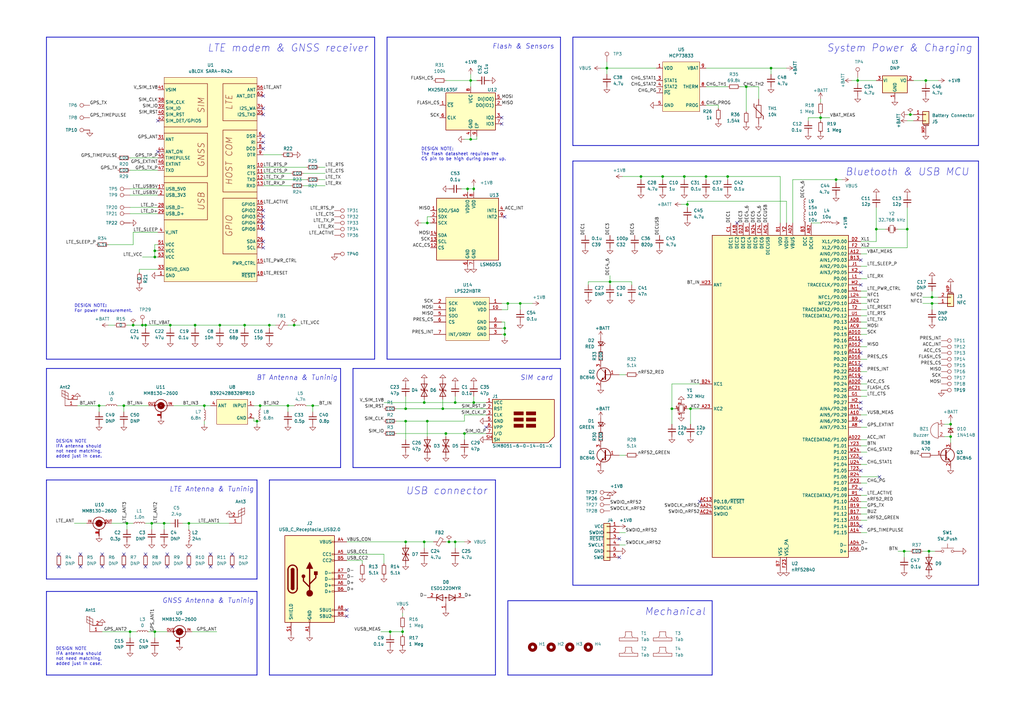
<source format=kicad_sch>
(kicad_sch (version 20230121) (generator eeschema)
  (paper "A3")
  (junction (at 208.28 124.46))
  (junction (at 63.5 259.08))
  (junction (at 54.61 133.35))
  (junction (at 190.5 177.8))
  (junction (at 382.27 121.92))
  (junction (at 280.67 72.39))
  (junction (at 58.42 133.35))
  (junction (at 373.38 46.99))
  (junction (at 381 226.06))
  (junction (at 100.33 133.35))
  (junction (at 289.56 72.39))
  (junction (at 194.31 77.47))
  (junction (at 63.5 105.41))
  (junction (at 59.69 133.35))
  (junction (at 271.78 72.39))
  (junction (at 250.19 115.57))
  (junction (at 389.89 179.07))
  (junction (at 316.23 27.94))
  (junction (at 165.1 259.08))
  (junction (at 336.55 48.26))
  (junction (at 69.85 133.35))
  (junction (at 175.26 91.44))
  (junction (at 160.02 259.08))
  (junction (at 53.34 259.08))
  (junction (at 262.89 72.39))
  (junction (at 166.37 172.72))
  (junction (at 184.15 222.25))
  (junction (at 63.5 102.87))
  (junction (at 351.79 33.02))
  (junction (at 40.64 166.37))
  (junction (at 52.07 214.63))
  (junction (at 213.36 124.46))
  (junction (at 379.73 33.02))
  (junction (at 110.49 133.35))
  (junction (at 90.17 133.35))
  (junction (at 193.04 57.15))
  (junction (at 306.07 35.56))
  (junction (at 298.45 72.39))
  (junction (at 181.61 167.64))
  (junction (at 281.94 83.82))
  (junction (at 50.8 166.37))
  (junction (at 173.99 165.1))
  (junction (at 382.27 124.46))
  (junction (at 173.99 222.25))
  (junction (at 193.04 33.02))
  (junction (at 83.82 166.37))
  (junction (at 118.11 166.37))
  (junction (at 67.31 214.63))
  (junction (at 372.11 93.98))
  (junction (at 175.26 172.72))
  (junction (at 106.68 166.37))
  (junction (at 342.9 73.66))
  (junction (at 370.84 226.06))
  (junction (at 207.01 137.16))
  (junction (at 182.88 177.8))
  (junction (at 194.31 165.1))
  (junction (at 166.37 167.64))
  (junction (at 77.47 214.63))
  (junction (at 105.41 172.72))
  (junction (at 166.37 222.25))
  (junction (at 359.41 93.98))
  (junction (at 389.89 173.99))
  (junction (at 120.65 133.35))
  (junction (at 191.77 77.47))
  (junction (at 207.01 134.62))
  (junction (at 275.59 167.64))
  (junction (at 186.69 222.25))
  (junction (at 128.27 166.37))
  (junction (at 186.69 165.1))
  (junction (at 62.23 214.63))
  (junction (at 248.92 27.94))
  (junction (at 283.21 167.64))
  (junction (at 80.01 133.35))
  (no_connect (at 107.95 46.99))
  (no_connect (at 41.91 232.41))
  (no_connect (at 95.25 232.41))
  (no_connect (at 107.95 86.36))
  (no_connect (at 360.68 195.58))
  (no_connect (at 353.06 215.9))
  (no_connect (at 353.06 187.96))
  (no_connect (at 86.36 232.41))
  (no_connect (at 353.06 193.04))
  (no_connect (at 59.69 232.41))
  (no_connect (at 353.06 154.94))
  (no_connect (at 254 220.98))
  (no_connect (at 107.95 91.44))
  (no_connect (at 353.06 165.1))
  (no_connect (at 142.24 252.73))
  (no_connect (at 50.8 227.33))
  (no_connect (at 353.06 149.86))
  (no_connect (at 107.95 93.98))
  (no_connect (at 353.06 144.78))
  (no_connect (at 254 228.6))
  (no_connect (at 64.77 49.53))
  (no_connect (at 86.36 227.33))
  (no_connect (at 77.47 232.41))
  (no_connect (at 207.01 88.9))
  (no_connect (at 199.39 175.26))
  (no_connect (at 107.95 44.45))
  (no_connect (at 41.91 227.33))
  (no_connect (at 68.58 232.41))
  (no_connect (at 353.06 139.7))
  (no_connect (at 205.74 50.8))
  (no_connect (at 33.02 227.33))
  (no_connect (at 353.06 106.68))
  (no_connect (at 353.06 200.66))
  (no_connect (at 59.69 227.33))
  (no_connect (at 24.13 232.41))
  (no_connect (at 107.95 39.37))
  (no_connect (at 50.8 232.41))
  (no_connect (at 33.02 232.41))
  (no_connect (at 107.95 88.9))
  (no_connect (at 353.06 116.84))
  (no_connect (at 107.95 60.96))
  (no_connect (at 142.24 250.19))
  (no_connect (at 353.06 167.64))
  (no_connect (at 68.58 227.33))
  (no_connect (at 287.02 205.74))
  (no_connect (at 353.06 111.76))
  (no_connect (at 205.74 48.26))
  (no_connect (at 302.26 91.44))
  (no_connect (at 353.06 172.72))
  (no_connect (at 107.95 55.88))
  (no_connect (at 107.95 101.6))
  (no_connect (at 77.47 227.33))
  (no_connect (at 107.95 58.42))
  (no_connect (at 64.77 62.23))
  (no_connect (at 24.13 227.33))
  (no_connect (at 95.25 227.33))
  (no_connect (at 107.95 99.06))
  (wire (pts (xy 142.24 227.33) (xy 157.48 227.33)))
  (wire (pts (xy 100.33 133.35) (xy 100.33 134.62)))
  (wire (pts (xy 355.6 127) (xy 353.06 127)))
  (wire (pts (xy 207.01 134.62) (xy 207.01 137.16)))
  (polyline (pts (xy 144.78 191.77) (xy 229.87 191.77)) (stroke (width 0.3)))
  (wire (pts (xy 30.48 214.63) (xy 35.56 214.63)))
  (wire (pts (xy 190.5 57.15) (xy 193.04 57.15)))
  (wire (pts (xy 52.07 214.63) (xy 54.61 214.63)))
  (wire (pts (xy 31.75 166.37) (xy 40.64 166.37)))
  (polyline (pts (xy 19.05 151.13) (xy 139.7 151.13)) (stroke (width 0.3)))
  (polyline (pts (xy 19.05 237.49) (xy 105.41 237.49)) (stroke (width 0.3)))
  (wire (pts (xy 373.38 46.99) (xy 374.65 46.99)))
  (wire (pts (xy 90.17 133.35) (xy 100.33 133.35)))
  (wire (pts (xy 107.95 76.2) (xy 119.38 76.2)))
  (wire (pts (xy 175.26 172.72) (xy 190.5 172.72)))
  (wire (pts (xy 271.78 72.39) (xy 271.78 73.66)))
  (wire (pts (xy 325.12 73.66) (xy 325.12 91.44)))
  (wire (pts (xy 54.61 100.33) (xy 54.61 95.25)))
  (wire (pts (xy 186.69 222.25) (xy 190.5 222.25)))
  (wire (pts (xy 336.55 48.26) (xy 331.47 48.26)))
  (wire (pts (xy 368.3 93.98) (xy 372.11 93.98)))
  (wire (pts (xy 64.77 110.49) (xy 57.15 110.49)))
  (wire (pts (xy 294.64 43.18) (xy 294.64 44.45)))
  (wire (pts (xy 165.1 257.81) (xy 165.1 259.08)))
  (wire (pts (xy 194.31 77.47) (xy 191.77 77.47)))
  (wire (pts (xy 48.26 166.37) (xy 50.8 166.37)))
  (polyline (pts (xy 208.28 276.86) (xy 292.1 276.86)) (stroke (width 0.3)))
  (wire (pts (xy 298.45 72.39) (xy 298.45 73.66)))
  (wire (pts (xy 62.23 214.63) (xy 67.31 214.63)))
  (wire (pts (xy 246.38 27.94) (xy 248.92 27.94)))
  (polyline (pts (xy 19.05 191.77) (xy 139.7 191.77)) (stroke (width 0.3)))
  (wire (pts (xy 389.89 172.72) (xy 389.89 173.99)))
  (wire (pts (xy 382.27 124.46) (xy 382.27 127)))
  (wire (pts (xy 45.72 214.63) (xy 52.07 214.63)))
  (wire (pts (xy 336.55 91.44) (xy 332.74 91.44)))
  (polyline (pts (xy 110.49 276.86) (xy 203.2 276.86)) (stroke (width 0.3)))
  (wire (pts (xy 281.94 82.55) (xy 281.94 83.82)))
  (wire (pts (xy 355.6 208.28) (xy 353.06 208.28)))
  (wire (pts (xy 289.56 35.56) (xy 298.45 35.56)))
  (polyline (pts (xy 292.1 276.86) (xy 292.1 246.38)) (stroke (width 0.3)))
  (wire (pts (xy 322.58 91.44) (xy 322.58 82.55)))
  (wire (pts (xy 255.27 72.39) (xy 262.89 72.39)))
  (polyline (pts (xy 234.95 240.03) (xy 401.32 240.03)) (stroke (width 0.3)))
  (wire (pts (xy 124.46 71.12) (xy 133.35 71.12)))
  (wire (pts (xy 205.74 132.08) (xy 207.01 132.08)))
  (wire (pts (xy 193.04 30.48) (xy 193.04 33.02)))
  (wire (pts (xy 331.47 48.26) (xy 331.47 49.53)))
  (wire (pts (xy 372.11 49.53) (xy 374.65 49.53)))
  (wire (pts (xy 53.34 64.77) (xy 64.77 64.77)))
  (wire (pts (xy 205.74 124.46) (xy 208.28 124.46)))
  (wire (pts (xy 379.73 33.02) (xy 379.73 34.29)))
  (wire (pts (xy 381 226.06) (xy 381 227.33)))
  (wire (pts (xy 77.47 214.63) (xy 93.98 214.63)))
  (wire (pts (xy 250.19 115.57) (xy 241.3 115.57)))
  (polyline (pts (xy 19.05 276.86) (xy 105.41 276.86)) (stroke (width 0.3)))
  (wire (pts (xy 355.6 119.38) (xy 353.06 119.38)))
  (wire (pts (xy 189.23 77.47) (xy 191.77 77.47)))
  (wire (pts (xy 213.36 124.46) (xy 213.36 127)))
  (wire (pts (xy 207.01 132.08) (xy 207.01 134.62)))
  (wire (pts (xy 63.5 105.41) (xy 64.77 105.41)))
  (wire (pts (xy 123.19 133.35) (xy 120.65 133.35)))
  (wire (pts (xy 372.11 46.99) (xy 373.38 46.99)))
  (polyline (pts (xy 110.49 196.85) (xy 110.49 276.86)) (stroke (width 0.3)))
  (wire (pts (xy 173.99 224.79) (xy 173.99 222.25)))
  (wire (pts (xy 256.54 223.52) (xy 254 223.52)))
  (wire (pts (xy 370.84 226.06) (xy 370.84 228.6)))
  (wire (pts (xy 387.35 173.99) (xy 389.89 173.99)))
  (polyline (pts (xy 234.95 66.04) (xy 234.95 240.03)) (stroke (width 0.3)))
  (wire (pts (xy 303.53 35.56) (xy 306.07 35.56)))
  (wire (pts (xy 186.69 222.25) (xy 186.69 224.79)))
  (wire (pts (xy 316.23 27.94) (xy 322.58 27.94)))
  (wire (pts (xy 181.61 163.83) (xy 181.61 167.64)))
  (wire (pts (xy 59.69 214.63) (xy 62.23 214.63)))
  (polyline (pts (xy 19.05 15.24) (xy 153.67 15.24)) (stroke (width 0.3)))
  (wire (pts (xy 172.72 91.44) (xy 175.26 91.44)))
  (wire (pts (xy 64.77 100.33) (xy 63.5 100.33)))
  (wire (pts (xy 142.24 229.87) (xy 148.59 229.87)))
  (wire (pts (xy 289.56 27.94) (xy 316.23 27.94)))
  (wire (pts (xy 53.34 259.08) (xy 41.91 259.08)))
  (polyline (pts (xy 158.75 147.32) (xy 229.87 147.32)) (stroke (width 0.3)))
  (wire (pts (xy 166.37 167.64) (xy 181.61 167.64)))
  (wire (pts (xy 190.5 170.18) (xy 190.5 172.72)))
  (wire (pts (xy 162.56 177.8) (xy 182.88 177.8)))
  (wire (pts (xy 63.5 259.08) (xy 60.96 259.08)))
  (wire (pts (xy 283.21 167.64) (xy 287.02 167.64)))
  (wire (pts (xy 250.19 115.57) (xy 250.19 116.84)))
  (wire (pts (xy 298.45 72.39) (xy 320.04 72.39)))
  (wire (pts (xy 283.21 173.99) (xy 283.21 167.64)))
  (wire (pts (xy 194.31 165.1) (xy 199.39 165.1)))
  (wire (pts (xy 55.88 259.08) (xy 53.34 259.08)))
  (wire (pts (xy 355.6 147.32) (xy 353.06 147.32)))
  (wire (pts (xy 160.02 259.08) (xy 165.1 259.08)))
  (wire (pts (xy 90.17 133.35) (xy 80.01 133.35)))
  (wire (pts (xy 162.56 167.64) (xy 166.37 167.64)))
  (wire (pts (xy 40.64 166.37) (xy 40.64 168.91)))
  (wire (pts (xy 162.56 172.72) (xy 166.37 172.72)))
  (wire (pts (xy 50.8 166.37) (xy 60.96 166.37)))
  (wire (pts (xy 44.45 100.33) (xy 54.61 100.33)))
  (wire (pts (xy 382.27 119.38) (xy 382.27 121.92)))
  (wire (pts (xy 320.04 72.39) (xy 320.04 91.44)))
  (wire (pts (xy 186.69 165.1) (xy 194.31 165.1)))
  (wire (pts (xy 194.31 162.56) (xy 194.31 165.1)))
  (wire (pts (xy 355.6 104.14) (xy 353.06 104.14)))
  (wire (pts (xy 125.73 166.37) (xy 128.27 166.37)))
  (polyline (pts (xy 110.49 196.85) (xy 203.2 196.85)) (stroke (width 0.3)))
  (wire (pts (xy 90.17 133.35) (xy 90.17 134.62)))
  (wire (pts (xy 213.36 124.46) (xy 218.44 124.46)))
  (wire (pts (xy 205.74 137.16) (xy 207.01 137.16)))
  (wire (pts (xy 52.07 214.63) (xy 52.07 217.17)))
  (wire (pts (xy 199.39 170.18) (xy 190.5 170.18)))
  (wire (pts (xy 54.61 95.25) (xy 64.77 95.25)))
  (wire (pts (xy 250.19 115.57) (xy 259.08 115.57)))
  (wire (pts (xy 389.89 179.07) (xy 389.89 181.61)))
  (wire (pts (xy 311.15 35.56) (xy 311.15 40.64)))
  (wire (pts (xy 104.14 172.72) (xy 104.14 171.45)))
  (wire (pts (xy 83.82 172.72) (xy 83.82 173.99)))
  (wire (pts (xy 69.85 133.35) (xy 59.69 133.35)))
  (polyline (pts (xy 139.7 191.77) (xy 139.7 151.13)) (stroke (width 0.3)))
  (wire (pts (xy 351.79 31.75) (xy 351.79 33.02)))
  (wire (pts (xy 50.8 166.37) (xy 50.8 168.91)))
  (wire (pts (xy 349.25 33.02) (xy 351.79 33.02)))
  (wire (pts (xy 120.65 133.35) (xy 118.11 133.35)))
  (wire (pts (xy 77.47 214.63) (xy 77.47 217.17)))
  (wire (pts (xy 148.59 229.87) (xy 148.59 231.14)))
  (wire (pts (xy 353.06 101.6) (xy 372.11 101.6)))
  (wire (pts (xy 110.49 133.35) (xy 113.03 133.35)))
  (wire (pts (xy 193.04 33.02) (xy 193.04 35.56)))
  (wire (pts (xy 58.42 105.41) (xy 63.5 105.41)))
  (wire (pts (xy 372.11 85.09) (xy 372.11 93.98)))
  (wire (pts (xy 355.6 137.16) (xy 353.06 137.16)))
  (wire (pts (xy 63.5 102.87) (xy 63.5 105.41)))
  (wire (pts (xy 58.42 133.35) (xy 59.69 133.35)))
  (wire (pts (xy 355.6 190.5) (xy 353.06 190.5)))
  (polyline (pts (xy 19.05 196.85) (xy 19.05 237.49)) (stroke (width 0.3)))
  (wire (pts (xy 241.3 115.57) (xy 241.3 116.84)))
  (wire (pts (xy 118.11 166.37) (xy 118.11 168.91)))
  (wire (pts (xy 184.15 222.25) (xy 186.69 222.25)))
  (wire (pts (xy 281.94 167.64) (xy 283.21 167.64)))
  (wire (pts (xy 355.6 132.08) (xy 353.06 132.08)))
  (wire (pts (xy 306.07 35.56) (xy 306.07 45.72)))
  (wire (pts (xy 166.37 162.56) (xy 166.37 167.64)))
  (wire (pts (xy 105.41 172.72) (xy 104.14 172.72)))
  (wire (pts (xy 53.34 87.63) (xy 64.77 87.63)))
  (wire (pts (xy 106.68 172.72) (xy 105.41 172.72)))
  (wire (pts (xy 259.08 115.57) (xy 259.08 116.84)))
  (wire (pts (xy 107.95 68.58) (xy 125.73 68.58)))
  (wire (pts (xy 104.14 166.37) (xy 106.68 166.37)))
  (wire (pts (xy 355.6 134.62) (xy 353.06 134.62)))
  (wire (pts (xy 289.56 43.18) (xy 294.64 43.18)))
  (polyline (pts (xy 234.95 15.24) (xy 401.32 15.24)) (stroke (width 0.3)))
  (polyline (pts (xy 153.67 147.32) (xy 153.67 15.24)) (stroke (width 0.3)))
  (wire (pts (xy 256.54 153.67) (xy 254 153.67)))
  (polyline (pts (xy 158.75 15.24) (xy 158.75 147.32)) (stroke (width 0.3)))
  (polyline (pts (xy 229.87 147.32) (xy 229.87 15.24)) (stroke (width 0.3)))
  (wire (pts (xy 69.85 133.35) (xy 80.01 133.35)))
  (wire (pts (xy 173.99 222.25) (xy 177.8 222.25)))
  (wire (pts (xy 355.6 152.4) (xy 353.06 152.4)))
  (wire (pts (xy 68.58 259.08) (xy 63.5 259.08)))
  (wire (pts (xy 207.01 137.16) (xy 207.01 138.43)))
  (wire (pts (xy 173.99 163.83) (xy 173.99 165.1)))
  (wire (pts (xy 176.53 88.9) (xy 175.26 88.9)))
  (wire (pts (xy 182.88 222.25) (xy 184.15 222.25)))
  (wire (pts (xy 289.56 72.39) (xy 298.45 72.39)))
  (wire (pts (xy 74.93 214.63) (xy 77.47 214.63)))
  (wire (pts (xy 351.79 33.02) (xy 359.41 33.02)))
  (wire (pts (xy 250.19 115.57) (xy 250.19 113.03)))
  (wire (pts (xy 110.49 133.35) (xy 110.49 134.62)))
  (wire (pts (xy 88.9 259.08) (xy 78.74 259.08)))
  (wire (pts (xy 53.34 85.09) (xy 64.77 85.09)))
  (wire (pts (xy 67.31 214.63) (xy 67.31 217.17)))
  (wire (pts (xy 355.6 205.74) (xy 353.06 205.74)))
  (wire (pts (xy 322.58 82.55) (xy 281.94 82.55)))
  (wire (pts (xy 186.69 162.56) (xy 186.69 165.1)))
  (wire (pts (xy 336.55 48.26) (xy 336.55 46.99)))
  (polyline (pts (xy 105.41 276.86) (xy 105.41 242.57)) (stroke (width 0.3)))
  (wire (pts (xy 262.89 72.39) (xy 271.78 72.39)))
  (wire (pts (xy 359.41 85.09) (xy 359.41 93.98)))
  (wire (pts (xy 248.92 27.94) (xy 248.92 30.48)))
  (wire (pts (xy 280.67 72.39) (xy 289.56 72.39)))
  (wire (pts (xy 40.64 166.37) (xy 43.18 166.37)))
  (wire (pts (xy 53.34 77.47) (xy 64.77 77.47)))
  (wire (pts (xy 355.6 160.02) (xy 353.06 160.02)))
  (wire (pts (xy 353.06 210.82) (xy 355.6 210.82)))
  (wire (pts (xy 64.77 102.87) (xy 63.5 102.87)))
  (wire (pts (xy 128.27 166.37) (xy 128.27 168.91)))
  (wire (pts (xy 355.6 157.48) (xy 353.06 157.48)))
  (polyline (pts (xy 208.28 246.38) (xy 292.1 246.38)) (stroke (width 0.3)))
  (wire (pts (xy 128.27 166.37) (xy 130.81 166.37)))
  (wire (pts (xy 355.6 124.46) (xy 353.06 124.46)))
  (wire (pts (xy 194.31 76.2) (xy 194.31 77.47)))
  (wire (pts (xy 355.6 121.92) (xy 353.06 121.92)))
  (wire (pts (xy 105.41 172.72) (xy 105.41 173.99)))
  (wire (pts (xy 190.5 177.8) (xy 190.5 180.34)))
  (wire (pts (xy 193.04 57.15) (xy 195.58 57.15)))
  (wire (pts (xy 52.07 133.35) (xy 54.61 133.35)))
  (wire (pts (xy 355.6 198.12) (xy 353.06 198.12)))
  (wire (pts (xy 130.81 73.66) (xy 133.35 73.66)))
  (wire (pts (xy 381 226.06) (xy 383.54 226.06)))
  (wire (pts (xy 57.15 110.49) (xy 57.15 111.76)))
  (wire (pts (xy 359.41 93.98) (xy 363.22 93.98)))
  (wire (pts (xy 107.95 63.5) (xy 115.57 63.5)))
  (polyline (pts (xy 19.05 242.57) (xy 105.41 242.57)) (stroke (width 0.3)))
  (wire (pts (xy 106.68 167.64) (xy 106.68 166.37)))
  (wire (pts (xy 166.37 222.25) (xy 173.99 222.25)))
  (wire (pts (xy 256.54 186.69) (xy 254 186.69)))
  (wire (pts (xy 124.46 76.2) (xy 133.35 76.2)))
  (wire (pts (xy 208.28 127) (xy 208.28 124.46)))
  (wire (pts (xy 181.61 167.64) (xy 199.39 167.64)))
  (polyline (pts (xy 19.05 147.32) (xy 153.67 147.32)) (stroke (width 0.3)))
  (wire (pts (xy 355.6 129.54) (xy 353.06 129.54)))
  (polyline (pts (xy 234.95 15.24) (xy 234.95 59.69)) (stroke (width 0.3)))
  (wire (pts (xy 166.37 172.72) (xy 175.26 172.72)))
  (wire (pts (xy 316.23 30.48) (xy 316.23 27.94)))
  (wire (pts (xy 336.55 40.64) (xy 336.55 41.91)))
  (wire (pts (xy 275.59 167.64) (xy 275.59 157.48)))
  (wire (pts (xy 195.58 57.15) (xy 195.58 55.88)))
  (polyline (pts (xy 144.78 151.13) (xy 144.78 191.77)) (stroke (width 0.3)))
  (polyline (pts (xy 158.75 15.24) (xy 229.87 15.24)) (stroke (width 0.3)))
  (wire (pts (xy 368.3 226.06) (xy 370.84 226.06)))
  (wire (pts (xy 191.77 77.47) (xy 191.77 78.74)))
  (wire (pts (xy 80.01 133.35) (xy 80.01 134.62)))
  (wire (pts (xy 63.5 259.08) (xy 63.5 261.62)))
  (wire (pts (xy 370.84 226.06) (xy 373.38 226.06)))
  (wire (pts (xy 166.37 172.72) (xy 166.37 180.34)))
  (wire (pts (xy 359.41 93.98) (xy 359.41 99.06)))
  (wire (pts (xy 355.6 162.56) (xy 353.06 162.56)))
  (wire (pts (xy 130.81 68.58) (xy 133.35 68.58)))
  (wire (pts (xy 107.95 73.66) (xy 125.73 73.66)))
  (wire (pts (xy 379.73 33.02) (xy 384.81 33.02)))
  (wire (pts (xy 175.26 88.9) (xy 175.26 91.44)))
  (wire (pts (xy 71.12 166.37) (xy 83.82 166.37)))
  (polyline (pts (xy 234.95 66.04) (xy 401.32 66.04)) (stroke (width 0.3)))
  (wire (pts (xy 175.26 91.44) (xy 176.53 91.44)))
  (wire (pts (xy 355.6 114.3) (xy 353.06 114.3)))
  (wire (pts (xy 53.34 69.85) (xy 64.77 69.85)))
  (wire (pts (xy 182.88 177.8) (xy 182.88 179.07)))
  (wire (pts (xy 378.46 124.46) (xy 382.27 124.46)))
  (wire (pts (xy 63.5 100.33) (xy 63.5 102.87)))
  (wire (pts (xy 345.44 73.66) (xy 342.9 73.66)))
  (wire (pts (xy 355.6 109.22) (xy 353.06 109.22)))
  (wire (pts (xy 173.99 165.1) (xy 186.69 165.1)))
  (wire (pts (xy 355.6 185.42) (xy 353.06 185.42)))
  (wire (pts (xy 107.95 71.12) (xy 119.38 71.12)))
  (wire (pts (xy 280.67 72.39) (xy 280.67 73.66)))
  (wire (pts (xy 157.48 227.33) (xy 157.48 231.14)))
  (wire (pts (xy 336.55 48.26) (xy 340.36 48.26)))
  (wire (pts (xy 54.61 133.35) (xy 58.42 133.35)))
  (polyline (pts (xy 234.95 59.69) (xy 401.32 59.69)) (stroke (width 0.3)))
  (wire (pts (xy 110.49 133.35) (xy 100.33 133.35)))
  (wire (pts (xy 142.24 222.25) (xy 166.37 222.25)))
  (wire (pts (xy 83.82 167.64) (xy 83.82 166.37)))
  (wire (pts (xy 355.6 170.18) (xy 353.06 170.18)))
  (wire (pts (xy 279.4 83.82) (xy 281.94 83.82)))
  (wire (pts (xy 353.06 218.44) (xy 355.6 218.44)))
  (wire (pts (xy 166.37 222.25) (xy 166.37 223.52)))
  (wire (pts (xy 306.07 35.56) (xy 311.15 35.56)))
  (wire (pts (xy 156.21 259.08) (xy 160.02 259.08)))
  (wire (pts (xy 160.02 259.08) (xy 160.02 260.35)))
  (wire (pts (xy 355.6 142.24) (xy 353.06 142.24)))
  (polyline (pts (xy 229.87 191.77) (xy 229.87 151.13)) (stroke (width 0.3)))
  (wire (pts (xy 355.6 213.36) (xy 353.06 213.36)))
  (wire (pts (xy 190.5 177.8) (xy 199.39 177.8)))
  (wire (pts (xy 165.1 251.46) (xy 165.1 252.73)))
  (wire (pts (xy 69.85 133.35) (xy 69.85 134.62)))
  (wire (pts (xy 205.74 127) (xy 208.28 127)))
  (wire (pts (xy 205.74 134.62) (xy 207.01 134.62)))
  (wire (pts (xy 353.06 195.58) (xy 360.68 195.58)))
  (wire (pts (xy 182.88 33.02) (xy 193.04 33.02)))
  (wire (pts (xy 182.88 177.8) (xy 190.5 177.8)))
  (wire (pts (xy 44.45 133.35) (xy 46.99 133.35)))
  (wire (pts (xy 194.31 77.47) (xy 194.31 78.74)))
  (wire (pts (xy 193.04 33.02) (xy 195.58 33.02)))
  (wire (pts (xy 355.6 175.26) (xy 353.06 175.26)))
  (wire (pts (xy 342.9 73.66) (xy 342.9 74.93)))
  (wire (pts (xy 118.11 166.37) (xy 120.65 166.37)))
  (polyline (pts (xy 19.05 15.24) (xy 19.05 147.32)) (stroke (width 0.3)))
  (wire (pts (xy 83.82 166.37) (xy 86.36 166.37)))
  (wire (pts (xy 389.89 179.07) (xy 387.35 179.07)))
  (wire (pts (xy 336.55 49.53) (xy 336.55 48.26)))
  (wire (pts (xy 106.68 166.37) (xy 118.11 166.37)))
  (polyline (pts (xy 208.28 246.38) (xy 208.28 276.86)) (stroke (width 0.3)))
  (wire (pts (xy 248.92 27.94) (xy 269.24 27.94)))
  (polyline (pts (xy 19.05 196.85) (xy 105.41 196.85)) (stroke (width 0.3)))
  (wire (pts (xy 256.54 218.44) (xy 254 218.44)))
  (wire (pts (xy 378.46 121.92) (xy 382.27 121.92)))
  (wire (pts (xy 53.34 80.01) (xy 64.77 80.01)))
  (wire (pts (xy 248.92 25.4) (xy 248.92 27.94)))
  (wire (pts (xy 271.78 72.39) (xy 280.67 72.39)))
  (wire (pts (xy 275.59 167.64) (xy 275.59 173.99)))
  (polyline (pts (xy 19.05 151.13) (xy 19.05 191.77)) (stroke (width 0.3)))
  (polyline (pts (xy 203.2 276.86) (xy 203.2 196.85)) (stroke (width 0.3)))
  (wire (pts (xy 355.6 203.2) (xy 353.06 203.2)))
  (polyline (pts (xy 105.41 237.49) (xy 105.41 196.85)) (stroke (width 0.3)))
  (wire (pts (xy 378.46 226.06) (xy 381 226.06)))
  (polyline (pts (xy 144.78 151.13) (xy 229.87 151.13)) (stroke (width 0.3)))
  (wire (pts (xy 276.86 167.64) (xy 275.59 167.64)))
  (polyline (pts (xy 401.32 59.69) (xy 401.32 15.24)) (stroke (width 0.3)))
  (wire (pts (xy 382.27 121.92) (xy 384.81 121.92)))
  (wire (pts (xy 355.6 180.34) (xy 353.06 180.34)))
  (wire (pts (xy 165.1 259.08) (xy 165.1 260.35)))
  (wire (pts (xy 374.65 33.02) (xy 379.73 33.02)))
  (wire (pts (xy 67.31 214.63) (xy 69.85 214.63)))
  (wire (pts (xy 351.79 33.02) (xy 351.79 34.29)))
  (wire (pts (xy 325.12 73.66) (xy 342.9 73.66)))
  (wire (pts (xy 193.04 55.88) (xy 193.04 57.15)))
  (wire (pts (xy 157.48 165.1) (xy 173.99 165.1)))
  (wire (pts (xy 208.28 124.46) (xy 213.36 124.46)))
  (wire (pts (xy 355.6 182.88) (xy 353.06 182.88)))
  (polyline (pts (xy 19.05 242.57) (xy 19.05 276.86)) (stroke (width 0.3)))
  (wire (pts (xy 372.11 93.98) (xy 372.11 101.6)))
  (wire (pts (xy 289.56 72.39) (xy 289.56 73.66)))
  (wire (pts (xy 59.69 133.35) (xy 59.69 134.62)))
  (wire (pts (xy 275.59 157.48) (xy 287.02 157.48)))
  (polyline (pts (xy 401.32 240.03) (xy 401.32 66.04)) (stroke (width 0.3)))
  (wire (pts (xy 353.06 99.06) (xy 359.41 99.06)))
  (wire (pts (xy 262.89 72.39) (xy 262.89 73.66)))
  (wire (pts (xy 62.23 214.63) (xy 62.23 217.17)))
  (wire (pts (xy 53.34 259.08) (xy 53.34 261.62)))
  (wire (pts (xy 382.27 124.46) (xy 384.81 124.46)))
  (wire (pts (xy 281.94 83.82) (xy 281.94 85.09)))
  (wire (pts (xy 175.26 172.72) (xy 175.26 179.07)))
  (text "DESIGN NOTE\nIFA antenna should \nnot need matching, \nadded just in case." (at 22.86 187.96 0) (effects (font (size 1.27 1.27)) (justify left bottom)))
  (text "GNSS Antenna & Tuninig" (at 104.14 247.65 0) (effects (font (size 2 2) italic) (justify right bottom)))
  (text "System Power & Charging" (at 339.09 21.59 0) (effects (font (size 3 3) italic) (justify left bottom)))
  (text "LTE modem & GNSS receiver" (at 151.13 21.59 0) (effects (font (size 3 3) italic) (justify right bottom)))
  (text "SIM card" (at 213.36 156.21 0) (effects (font (size 2 2) italic) (justify left bottom)))
  (text "LTE Antenna & Tuninig" (at 104.14 201.93 0) (effects (font (size 2 2) italic) (justify right bottom)))
  (text "DESIGN NOTE:\nThe flash datasheet requires the \nCS pin to be high during power up." (at 172.72 66.04 0) (effects (font (size 1.27 1.27)) (justify left bottom)))
  (text "BT Antenna & Tuninig" (at 138.43 156.21 0) (effects (font (size 2 2) italic) (justify right bottom)))
  (text "DESIGN NOTE:\nFor power measurement." (at 30.48 128.27 0) (effects (font (size 1.27 1.27)) (justify left bottom)))
  (text "Bluetooth & USB MCU" (at 346.71 72.39 0) (effects (font (size 3 3) italic) (justify left bottom)))
  (text "USB connector" (at 166.37 203.2 0) (effects (font (size 3 3) italic) (justify left bottom)))
  (text "DESIGN NOTE\nIFA antenna should \nnot need matching, \nadded just in case." (at 22.86 273.05 0) (effects (font (size 1.27 1.27)) (justify left bottom)))
  (text "Mechanical" (at 289.56 252.73 0) (effects (font (size 3 3) italic) (justify right bottom)))
  (text "Flash & Sensors" (at 227.33 20.32 0) (effects (font (size 2 2) italic) (justify right bottom)))
  (label "DEC4_6" (at 312.42 91.44 90))
  (label "DEC3" (at 304.8 91.44 90))
  (label "MOSI" (at 355.6 134.62 0))
  (label "FLASH_CS" (at 386.08 147.32 180))
  (label "SIM_RST" (at 157.48 167.64 180))
  (label "DEC1" (at 240.03 96.52 90))
  (label "SWDIO_nRF52" (at 256.54 218.44 0))
  (label "XL1" (at 353.06 99.06 0))
  (label "BT_IN2" (at 107.95 166.37 0))
  (label "CHG_TH1" (at 289.56 35.56 0))
  (label "SIM_CLK" (at 64.77 41.91 180))
  (label "DEC5" (at 309.88 91.44 90))
  (label "LTE_PWR_CTRL" (at 107.95 107.95 0))
  (label "D-" (at 142.24 237.49 0))
  (label "USB_CC1" (at 142.24 227.33 0))
  (label "LTE_RX" (at 137.16 93.98 180))
  (label "LTE_USB5V" (at 64.77 77.47 180))
  (label "SCK" (at 355.6 137.16 0))
  (label "DEC3" (at 250.19 96.52 90))
  (label "BTN" (at 368.3 226.06 180))
  (label "LTE_ANT" (at 107.95 36.83 0))
  (label "LTE_CTS_P" (at 107.95 71.12 0))
  (label "D+" (at 190.5 245.11 0))
  (label "ACC_CS" (at 355.6 157.48 0))
  (label "SIM_RST_P" (at 199.39 167.64 180))
  (label "LTE_TX_P" (at 107.95 73.66 0))
  (label "MOSI" (at 176.53 96.52 180))
  (label "GPS_TX_P" (at 64.77 69.85 180))
  (label "CHG_PROG" (at 289.56 43.18 0))
  (label "VUSB_MEAS" (at 156.21 259.08 180))
  (label "BT_IN" (at 287.02 116.84 180))
  (label "MOSI" (at 386.08 157.48 180))
  (label "GPS_TX" (at 48.26 69.85 180))
  (label "D-" (at 175.26 245.11 180))
  (label "GPS_TIMEPULSE" (at 355.6 218.44 0))
  (label "SIM_IO" (at 64.77 44.45 180))
  (label "MOSI" (at 205.74 40.64 0))
  (label "GPS_ANT1" (at 63.5 259.08 90))
  (label "LTE_RX_P" (at 107.95 76.2 0))
  (label "SWDCLK_nRF52" (at 256.54 223.52 0))
  (label "DEC4_6" (at 307.34 91.44 90))
  (label "LTE_ACTIVE" (at 137.16 96.52 180))
  (label "LTE_D+" (at 64.77 87.63 180))
  (label "GPS_EXTINT" (at 64.77 67.31 180))
  (label "FLASH_CS" (at 180.34 43.18 180))
  (label "ACC_INT" (at 386.08 142.24 180))
  (label "BT_IN4" (at 52.07 166.37 0))
  (label "LTE_VCC" (at 58.42 105.41 180))
  (label "nRF52_RED" (at 261.62 153.67 0))
  (label "nRF52_GREEN" (at 261.62 186.69 0))
  (label "BT_IN" (at 130.81 166.37 0))
  (label "VBAT_MEAS" (at 355.6 104.14 0))
  (label "NFC2" (at 355.6 124.46 0))
  (label "MISO" (at 386.08 152.4 180))
  (label "LTE_RTS" (at 133.35 68.58 0))
  (label "DECUSB" (at 270.51 96.52 90))
  (label "LTE_TX" (at 355.6 132.08 0))
  (label "SCK" (at 180.34 48.26 180))
  (label "XC2" (at 287.02 167.64 180))
  (label "LTE_SLEEP_P" (at 355.6 109.22 0))
  (label "PRES_CS" (at 386.08 149.86 180))
  (label "LTE_CTS" (at 137.16 88.9 180))
  (label "MISO" (at 355.6 142.24 0))
  (label "SWDIO_nRF52" (at 250.19 207.01 0))
  (label "LTE_TX" (at 133.35 73.66 0))
  (label "GPS_TIMEPULSE" (at 36.83 48.26 0))
  (label "LTE_RESET" (at 107.95 113.03 0))
  (label "MISO" (at 176.53 86.36 180))
  (label "D+" (at 353.06 226.06 0))
  (label "LTE_RTS" (at 355.6 129.54 0))
  (label "CHG_PG" (at 269.24 38.1 180))
  (label "nRF52_GREEN" (at 355.6 213.36 0))
  (label "LTE_ACTIVE" (at 355.6 203.2 0))
  (label "LTE_ANT1" (at 90.17 214.63 180))
  (label "PRES_INT" (at 386.08 139.7 180))
  (label "LTE_D-" (at 64.77 85.09 180))
  (label "SIM_IO" (at 157.48 177.8 180))
  (label "BT_IN3" (at 74.93 166.37 0))
  (label "NFC1" (at 378.46 124.46 180))
  (label "SIM_CLK" (at 157.48 172.72 180))
  (label "V_SIM_1V8" (at 157.48 165.1 180))
  (label "GPS_TX" (at 36.83 43.18 0))
  (label "LTE_RX" (at 355.6 114.3 0))
  (label "USB_CC2" (at 142.24 229.87 0))
  (label "SWDIO_nRF52" (at 287.02 210.82 180))
  (label "VBUS_CON" (at 142.24 222.25 0))
  (label "LTE_RTS_P" (at 137.16 86.36 180))
  (label "ACC_CS" (at 176.53 101.6 180))
  (label "GPS_TP_P" (at 64.77 64.77 180))
  (label "VBAT_MEAS" (at 340.36 48.26 0))
  (label "FLASH_CS" (at 177.8 33.02 180))
  (label "BUZ" (at 355.6 210.82 0))
  (label "LTE_USB3V" (at 64.77 80.01 180))
  (label "CHG_TH2" (at 304.8 35.56 0))
  (label "SCK" (at 386.08 154.94 180))
  (label "GPS_TIMEPULSE" (at 48.26 64.77 180))
  (label "BUZ" (at 377.19 186.69 180))
  (label "SCK" (at 177.8 124.46 180))
  (label "DECUSB" (at 314.96 91.44 90))
  (label "GPS_ANT" (at 64.77 57.15 180))
  (label "CHG_STAT2" (at 355.6 185.42 0))
  (label "NFC1" (at 355.6 121.92 0))
  (label "SWDCLK_nRF52" (at 287.02 208.28 180))
  (label "nRF52_RED" (at 355.6 205.74 0))
  (label "LTE_TX_P" (at 137.16 91.44 180))
  (label "DEC5" (at 260.35 96.52 90))
  (label "PRES_CS" (at 355.6 147.32 0))
  (label "CHG_PG" (at 355.6 198.12 0))
  (label "PRES_CS" (at 177.8 132.08 180))
  (label "NFC2" (at 378.46 121.92 180))
  (label "D+" (at 142.24 242.57 0))
  (label "ACC_INT" (at 355.6 180.34 0))
  (label "D-" (at 142.24 234.95 0))
  (label "SWDCLK_nRF52" (at 250.19 209.55 0))
  (label "MOSI" (at 177.8 127 180))
  (label "DEC4_6" (at 250.19 113.03 90))
  (label "SIM_CLK_P" (at 199.39 170.18 180))
  (label "CHG_STAT1" (at 269.24 33.02 180))
  (label "V_SIM_1V8" (at 64.77 36.83 180))
  (label "PRES_INT" (at 177.8 137.16 180))
  (label "MISO" (at 205.74 43.18 0))
  (label "LTE_RTS_P" (at 107.95 68.58 0))
  (label "ACC_INT" (at 207.01 86.36 0))
  (label "FLASH_CS" (at 355.6 160.02 0))
  (label "LTE_RX" (at 133.35 76.2 0))
  (label "LTE_CTS" (at 133.35 71.12 0))
  (label "CHG_STAT1" (at 355.6 190.5 0))
  (label "LTE_ACTIVE" (at 107.95 83.82 0))
  (label "LTE_VCC" (at 123.19 133.35 0))
  (label "DEC1" (at 299.72 91.44 90))
  (label "BT_ANT" (at 39.37 166.37 180))
  (label "LTE_ANT3" (at 52.07 214.63 90))
  (label "CHG_STAT2" (at 269.24 35.56 180))
  (label "LTE_SLEEP_P" (at 39.37 100.33 180))
  (label "MISO" (at 177.8 129.54 180))
  (label "LTE_RESET" (at 355.6 127 0))
  (label "LTE_CTS" (at 355.6 162.56 0))
  (label "XL2" (at 353.06 101.6 0))
  (label "SCK" (at 176.53 99.06 180))
  (label "VUSB_MEAS" (at 355.6 170.18 0))
  (label "PRES_INT" (at 355.6 152.4 0))
  (label "GPS_TX" (at 355.6 208.28 0))
  (label "LTE_SLEEP" (at 64.77 95.25 180))
  (label "LTE_PWR_CTRL" (at 355.6 119.38 0))
  (label "GPS_EXTINT" (at 355.6 175.26 0))
  (label "XC1" (at 287.02 157.48 180))
  (label "DEC4_6" (at 330.2 81.28 90))
  (label "D-" (at 353.06 223.52 0))
  (label "ACC_CS" (at 386.08 144.78 180))
  (label "D+" (at 142.24 240.03 0))
  (label "LTE_VBAT" (at 60.96 133.35 0))
  (label "SIM_RST" (at 64.77 46.99 180))
  (label "BTN" (at 355.6 182.88 0))
  (label "GPS_ANT2" (at 52.07 259.08 180))
  (label "LTE_ANT2" (at 64.77 214.63 90))
  (label "GPS_ANT" (at 88.9 259.08 180))
  (label "SIM_IO_P" (at 199.39 177.8 180))
  (label "LTE_ANT" (at 30.48 214.63 180))
  (symbol (lib_id "Connector:TestPoint") (at 250.19 209.55 90) (unit 1) (in_bom no)
    (property "Reference" "TP28" (at 245.11 209.5501 90) (effects (justify left)))
    (property "Value" "TestPoint" (effects hide))
    (property "Footprint" "TestPoint:TestPoint_Pad_D1.0mm" (effects hide))
  )
  (symbol (lib_id "Device:C_Small") (at 331.47 52.07 180) (unit 1)
    (property "Reference" "C12" (at 328.93 50.7935 0) (effects (justify left)))
    (property "Value" "0.1u" (at 328.93 53.3335 0) (effects (justify left)))
    (property "Footprint" "passive:C_0402" (effects hide))
    (property "Comment" "X5R,25V" (effects hide))
  )
  (symbol (lib_id "power:GND") (at 69.85 139.7 0) (unit 1)
    (property "Reference" "#PWR027" (effects hide))
    (property "Value" "GND" (effects hide))
  )
  (symbol (lib_id "Device:R_Small") (at 128.27 73.66 270) (unit 1)
    (property "Reference" "R27" (at 128.27 76.2 90))
    (property "Value" "100" (at 128.27 73.66 90))
    (property "Footprint" "passive:R_0402" (effects hide))
  )
  (symbol (lib_id "power:GND") (at 148.59 236.22 0) (unit 1)
    (property "Reference" "#PWR0120" (effects hide))
    (property "Value" "GND" (effects hide))
  )
  (symbol (lib_id "power:PWR_FLAG") (at 373.38 46.99 0) (mirror y) (unit 1)
    (property "Reference" "#FLG0102" (effects hide))
    (property "Value" "PWR_FLAG" (effects hide))
  )
  (symbol (lib_id "Device:R_Small") (at 50.8 64.77 270) (unit 1)
    (property "Reference" "R20" (at 50.8 67.31 90))
    (property "Value" "100" (at 50.8 64.77 90))
    (property "Footprint" "passive:R_0402" (effects hide))
  )
  (symbol (lib_id "power:GND") (at 57.15 116.84 0) (unit 1)
    (property "Reference" "#PWR08" (effects hide))
    (property "Value" "GND" (effects hide))
  )
  (symbol (lib_id "Device:C_Small") (at 53.34 264.16 0) (unit 1)
    (property "Reference" "C15" (at 50.8 262.8962 0) (effects (justify right)))
    (property "Value" "DNP" (at 50.8 265.4362 0) (effects (justify right)))
    (property "Footprint" "passive:C_0201" (effects hide))
  )
  (symbol (lib_id "Device:R_Small") (at 57.15 114.3 180) (unit 1)
    (property "Reference" "R21" (at 59.69 114.3 90))
    (property "Value" "0" (at 57.15 114.3 90))
    (property "Footprint" "passive:R_0402" (effects hide))
  )
  (symbol (lib_id "power:GND") (at 359.41 80.01 0) (mirror x) (unit 1)
    (property "Reference" "#PWR050" (effects hide))
    (property "Value" "GND" (effects hide))
  )
  (symbol (lib_id "kikit:Tab") (at 271.78 261.62 0) (unit 1) (in_bom no)
    (property "Reference" "T3" (at 276.86 259.7149 0) (effects (justify left)))
    (property "Value" "Tab" (at 276.86 262.2549 0) (effects (justify left)))
    (property "Footprint" "kikit:Tab" (effects hide))
  )
  (symbol (lib_id "power:VBUS") (at 165.1 251.46 0) (unit 1)
    (property "Reference" "#PWR0106" (effects hide))
    (property "Value" "VBUS" (at 162.56 247.65 0) (effects (justify left)))
  )
  (symbol (lib_id "Device:L_Small") (at 45.72 166.37 270) (mirror x) (unit 1)
    (property "Reference" "L6" (at 45.72 161.29 90))
    (property "Value" "0" (at 45.72 163.83 90))
    (property "Footprint" "passive:R_0201" (effects hide))
  )
  (symbol (lib_id "Device:C_Small") (at 110.49 137.16 0) (mirror y) (unit 1)
    (property "Reference" "C16" (at 107.95 135.8962 0) (effects (justify left)))
    (property "Value" "15p" (at 107.95 138.4362 0) (effects (justify left)))
    (property "Footprint" "passive:C_0402" (effects hide))
  )
  (symbol (lib_id "power:GND") (at 372.11 80.01 0) (mirror x) (unit 1)
    (property "Reference" "#PWR053" (effects hide))
    (property "Value" "GND" (effects hide))
  )
  (symbol (lib_id "Memory_Flash:W25Q32JVZP") (at 193.04 45.72 0) (unit 1)
    (property "Reference" "U12" (at 201.93 36.83 0))
    (property "Value" "MX25R1635F" (at 181.61 36.83 0))
    (property "Footprint" "son:USON-8-3x2mm-EP" (effects hide))
    (property "Datasheet" "https://www.macronix.com/Lists/Datasheet/Attachments/8702/MX25R1635F,%20Wide%20Range,%2016Mb,%20v1.6.pdf" (effects hide))
    (property "MFPN" "MX25R1635FZUIL0" (effects hide))
  )
  (symbol (lib_id "Device:C_Small") (at 194.31 160.02 0) (unit 1)
    (property "Reference" "C35" (at 196.85 158.7562 0) (effects (justify left)))
    (property "Value" "47p" (at 196.85 161.2962 0) (effects (justify left)))
    (property "Footprint" "passive:C_0402" (effects hide))
  )
  (symbol (lib_id "power:GND") (at 372.11 46.99 270) (mirror x) (unit 1)
    (property "Reference" "#PWR056" (effects hide))
    (property "Value" "GND" (effects hide))
  )
  (symbol (lib_id "Device:D_TVS") (at 182.88 182.88 270) (unit 1)
    (property "Reference" "D5" (at 185.42 182.8799 90) (effects (justify left)))
    (property "Value" "D_TVS" (effects hide))
    (property "Footprint" "passive:D_0402_DFN1006" (effects hide))
    (property "Datasheet" "https://www.diodes.com/assets/Datasheets/D5V0H1B2LP.pdf" (effects hide))
    (property "MFPN" "D5V0H1B2LP-7B" (effects hide))
  )
  (symbol (lib_id "Device:C_Small") (at 59.69 137.16 0) (mirror y) (unit 1)
    (property "Reference" "C21" (at 57.15 135.8962 0) (effects (justify left)))
    (property "Value" "47u" (at 57.15 138.4362 0) (effects (justify left)))
    (property "Footprint" "passive:C_0805" (effects hide))
  )
  (symbol (lib_id "power:GND") (at 41.91 256.54 180) (unit 1)
    (property "Reference" "#PWR0105" (effects hide))
    (property "Value" "GND" (effects hide))
  )
  (symbol (lib_id "power:GND") (at 190.5 185.42 0) (unit 1)
    (property "Reference" "#PWR067" (effects hide))
    (property "Value" "GND" (effects hide))
  )
  (symbol (lib_id "Device:Buzzer") (at 384.81 176.53 0) (mirror y) (unit 1)
    (property "Reference" "BZ1" (at 381 175.895 0) (effects (justify left)))
    (property "Value" "Buzzer" (at 381 178.435 0) (effects (justify left)))
    (property "Footprint" "buzzers:AST0927" (effects hide))
  )
  (symbol (lib_id "power:GND") (at 283.21 179.07 0) (mirror y) (unit 1)
    (property "Reference" "#PWR0118" (effects hide))
    (property "Value" "GND" (effects hide))
  )
  (symbol (lib_id "Connector:TestPoint") (at 137.16 93.98 270) (mirror x) (unit 1) (in_bom no)
    (property "Reference" "TP34" (at 142.24 93.9801 90) (effects (justify left)))
    (property "Value" "TestPoint" (effects hide))
    (property "Footprint" "TestPoint:TestPoint_Pad_D1.0mm" (effects hide))
  )
  (symbol (lib_id "power:GND") (at 172.72 91.44 270) (unit 1)
    (property "Reference" "#PWR081" (effects hide))
    (property "Value" "GND" (effects hide))
  )
  (symbol (lib_id "power:GND") (at 66.04 171.45 0) (unit 1)
    (property "Reference" "#PWR078" (effects hide))
    (property "Value" "GND" (effects hide))
  )
  (symbol (lib_id "Device:R_Small") (at 118.11 63.5 270) (unit 1)
    (property "Reference" "R22" (at 118.11 60.96 90))
    (property "Value" "0" (at 118.11 63.5 90))
    (property "Footprint" "passive:R_0402" (effects hide))
  )
  (symbol (lib_id "power:+BATT") (at 349.25 33.02 90) (unit 1)
    (property "Reference" "#PWR0141" (effects hide))
    (property "Value" "+BATT" (at 345.694 33.02 0))
  )
  (symbol (lib_id "Device:D_TVS") (at 166.37 227.33 270) (unit 1)
    (property "Reference" "D7" (at 168.91 227.3299 90) (effects (justify left)))
    (property "Value" "D_TVS" (effects hide))
    (property "Footprint" "passive:D_0402_DFN1006" (effects hide))
    (property "Datasheet" "https://www.diodes.com/assets/Datasheets/D5V0H1B2LP.pdf" (effects hide))
    (property "MFPN" "D5V0H1B2LP-7B" (effects hide))
  )
  (symbol (lib_id "power:+1V8") (at 384.81 33.02 270) (unit 1)
    (property "Reference" "#PWR060" (effects hide))
    (property "Value" "+1V8" (at 388.62 33.0199 90) (effects (justify left)))
  )
  (symbol (lib_id "Mechanical:MountingHole") (at 218.44 265.43 0) (unit 1)
    (property "Reference" "H1" (at 220.98 264.1599 0) (effects (justify left)))
    (property "Value" "MountingHole_Pad" (effects hide))
    (property "Footprint" "MountingHole:MountingHole_2.2mm_M2" (effects hide))
  )
  (symbol (lib_id "power:GND") (at 128.27 173.99 0) (unit 1)
    (property "Reference" "#PWR0135" (effects hide))
    (property "Value" "GND" (effects hide))
  )
  (symbol (lib_id "power:+BATT") (at 322.58 27.94 270) (unit 1)
    (property "Reference" "#PWR0140" (effects hide))
    (property "Value" "+BATT" (at 326.136 27.94 0))
  )
  (symbol (lib_id "Device:C_Small") (at 90.17 137.16 0) (mirror y) (unit 1)
    (property "Reference" "C8" (at 87.63 135.8962 0) (effects (justify left)))
    (property "Value" "10n" (at 87.63 138.4362 0) (effects (justify left)))
    (property "Footprint" "passive:C_0402" (effects hide))
  )
  (symbol (lib_id "power:+BATT") (at 372.11 49.53 90) (mirror x) (unit 1)
    (property "Reference" "#PWR0142" (effects hide))
    (property "Value" "+BATT" (at 368.554 49.53 0))
  )
  (symbol (lib_id "power:GND") (at 199.39 172.72 270) (unit 1)
    (property "Reference" "#PWR0104" (effects hide))
    (property "Value" "GND" (effects hide))
  )
  (symbol (lib_id "Device:Q_NPN_BEC") (at 387.35 186.69 0) (unit 1)
    (property "Reference" "Q3" (at 392.2014 185.5216 0) (effects (justify left)))
    (property "Value" "BC846" (at 392.2014 187.833 0) (effects (justify left)))
    (property "Footprint" "sot:SOT-323" (effects hide))
    (property "Datasheet" "https://www.onsemi.com/pub/Collateral/BC846AWT1-D.PDF" (effects hide))
    (property "MFPN" "BC846BWT1G" (effects hide))
  )
  (symbol (lib_id "power:GND") (at 311.15 50.8 0) (mirror y) (unit 1)
    (property "Reference" "#PWR0102" (effects hide))
    (property "Value" "GND" (effects hide))
  )
  (symbol (lib_id "power:GND") (at 186.69 229.87 0) (mirror y) (unit 1)
    (property "Reference" "#PWR039" (effects hide))
    (property "Value" "GND" (effects hide))
  )
  (symbol (lib_id "power:GND") (at 175.26 186.69 0) (unit 1)
    (property "Reference" "#PWR030" (effects hide))
    (property "Value" "GND" (effects hide))
  )
  (symbol (lib_id "Connector:TestPoint") (at 386.08 160.02 270) (mirror x) (unit 1) (in_bom no)
    (property "Reference" "TP19" (at 391.16 160.0201 90) (effects (justify left)))
    (property "Value" "TestPoint" (effects hide))
    (property "Footprint" "TestPoint:TestPoint_Pad_D1.0mm" (effects hide))
  )
  (symbol (lib_id "Connector:TestPoint") (at 137.16 88.9 270) (mirror x) (unit 1) (in_bom no)
    (property "Reference" "TP32" (at 142.24 88.9001 90) (effects (justify left)))
    (property "Value" "TestPoint" (effects hide))
    (property "Footprint" "TestPoint:TestPoint_Pad_D1.0mm" (effects hide))
  )
  (symbol (lib_id "power:GND") (at 173.99 229.87 0) (unit 1)
    (property "Reference" "#PWR037" (effects hide))
    (property "Value" "GND" (effects hide))
  )
  (symbol (lib_id "power:PWR_FLAG") (at 120.65 133.35 0) (unit 1)
    (property "Reference" "#FLG03" (effects hide))
    (property "Value" "PWR_FLAG" (effects hide))
  )
  (symbol (lib_id "Connector:TestPoint") (at 137.16 104.14 270) (mirror x) (unit 1) (in_bom no)
    (property "Reference" "TP40" (at 142.24 104.1401 90) (effects (justify left)))
    (property "Value" "TestPoint" (effects hide))
    (property "Footprint" "TestPoint:TestPoint_Pad_D1.0mm" (effects hide))
  )
  (symbol (lib_id "power:VBUS") (at 190.5 222.25 270) (unit 1)
    (property "Reference" "#PWR0107" (effects hide))
    (property "Value" "VBUS" (at 194.31 222.2499 90) (effects (justify left)))
  )
  (symbol (lib_id "power:GND") (at 381 234.95 0) (unit 1)
    (property "Reference" "#PWR072" (effects hide))
    (property "Value" "GND" (effects hide))
  )
  (symbol (lib_id "Device:C_Small") (at 63.5 264.16 0) (unit 1)
    (property "Reference" "C14" (at 60.96 262.8962 0) (effects (justify right)))
    (property "Value" "DNP" (at 60.96 265.4362 0) (effects (justify right)))
    (property "Footprint" "passive:C_0201" (effects hide))
  )
  (symbol (lib_id "connectors:tag-connect-swd") (at 248.92 220.98 0) (mirror y) (unit 1)
    (property "Reference" "J4" (at 251.46 213.36 0) (effects (justify left)))
    (property "Value" "tag-connect-swd" (effects hide))
    (property "Footprint" "Connector:Tag-Connect_TC2030-IDC-NL_2x03_P1.27mm_Vertical" (effects hide))
  )
  (symbol (lib_id "Device:R_Small") (at 375.92 226.06 90) (mirror x) (unit 1)
    (property "Reference" "R37" (at 375.92 223.52 90))
    (property "Value" "100" (at 375.92 226.06 90))
    (property "Footprint" "passive:R_0402" (effects hide))
  )
  (symbol (lib_id "power:GND") (at 73.66 264.16 0) (mirror y) (unit 1)
    (property "Reference" "#PWR042" (effects hide))
    (property "Value" "GND" (effects hide))
  )
  (symbol (lib_id "power:GND") (at 80.01 139.7 0) (unit 1)
    (property "Reference" "#PWR024" (effects hide))
    (property "Value" "GND" (effects hide))
  )
  (symbol (lib_id "power:GND") (at 382.27 114.3 0) (mirror x) (unit 1)
    (property "Reference" "#PWR055" (effects hide))
    (property "Value" "GND" (effects hide))
  )
  (symbol (lib_id "Sensor_Motion:LSM6DS3") (at 191.77 93.98 0) (unit 1)
    (property "Reference" "U13" (at 200.66 80.01 0) (effects (justify left)))
    (property "Value" "LSM6DS3" (at 196.85 109.22 0) (effects (justify left bottom)))
    (property "Footprint" "Package_LGA:LGA-14_3x2.5mm_P0.5mm_LayoutBorder3x4y" (effects hide))
    (property "Datasheet" "https://www.st.com/resource/en/datasheet/lsm6ds3tr-c.pdf" (effects hide))
  )
  (symbol (lib_id "power:+1V8") (at 250.19 201.93 270) (unit 1)
    (property "Reference" "#PWR034" (effects hide))
    (property "Value" "+1V8" (at 250.19 199.39 90) (effects (justify left)))
  )
  (symbol (lib_id "Device:R_Small") (at 246.38 179.07 0) (mirror y) (unit 1)
    (property "Reference" "R30" (at 243.84 179.07 90))
    (property "Value" "100" (at 246.38 179.07 90))
    (property "Footprint" "passive:R_0402" (effects hide))
  )
  (symbol (lib_id "power:GND") (at 336.55 54.61 0) (unit 1)
    (property "Reference" "#PWR015" (effects hide))
    (property "Value" "GND" (effects hide))
  )
  (symbol (lib_id "power:GND") (at 63.5 266.7 0) (mirror y) (unit 1)
    (property "Reference" "#PWR016" (effects hide))
    (property "Value" "GND" (effects hide))
  )
  (symbol (lib_id "Device:R_Small") (at 157.48 233.68 0) (unit 1)
    (property "Reference" "R14" (at 160.02 232.4099 0) (effects (justify left)))
    (property "Value" "5.1k" (at 160.02 234.9499 0) (effects (justify left)))
    (property "Footprint" "passive:R_0402" (effects hide))
  )
  (symbol (lib_id "power:GND") (at 279.4 170.18 0) (mirror y) (unit 1)
    (property "Reference" "#PWR0116" (effects hide))
    (property "Value" "GND" (effects hide))
  )
  (symbol (lib_id "Device:C_Small") (at 166.37 182.88 180) (unit 1)
    (property "Reference" "C26" (at 168.91 181.6035 0) (effects (justify right)))
    (property "Value" "47p" (at 168.91 184.1435 0) (effects (justify right)))
    (property "Footprint" "passive:C_0402" (effects hide))
  )
  (symbol (lib_id "power:GND") (at 190.5 57.15 270) (unit 1)
    (property "Reference" "#PWR070" (effects hide))
    (property "Value" "GND" (effects hide))
  )
  (symbol (lib_id "Device:C_Small") (at 160.02 262.89 180) (unit 1)
    (property "Reference" "C9" (at 157.48 261.6135 0) (effects (justify left)))
    (property "Value" "0.1u" (at 157.48 264.1535 0) (effects (justify left)))
    (property "Footprint" "passive:C_0402" (effects hide))
    (property "Comment" "X5R,25V" (effects hide))
  )
  (symbol (lib_id "power:GND") (at 367.03 40.64 0) (unit 1)
    (property "Reference" "#PWR058" (effects hide))
    (property "Value" "GND" (effects hide))
  )
  (symbol (lib_id "Device:C_Small") (at 372.11 82.55 0) (mirror x) (unit 1)
    (property "Reference" "C13" (at 369.7732 81.3816 0) (effects (justify right)))
    (property "Value" "12p" (at 369.7732 83.693 0) (effects (justify right)))
    (property "Footprint" "passive:C_0402" (effects hide))
    (property "Comment" "C0G,50V" (effects hide))
  )
  (symbol (lib_id "power:+1V8") (at 193.04 30.48 0) (unit 1)
    (property "Reference" "#PWR021" (effects hide))
    (property "Value" "+1V8" (at 193.04 25.4 0))
  )
  (symbol (lib_id "power:PWR_FLAG") (at 184.15 222.25 0) (unit 1)
    (property "Reference" "#FLG02" (effects hide))
    (property "Value" "PWR_FLAG" (effects hide))
  )
  (symbol (lib_id "Device:D_Small") (at 389.89 176.53 90) (mirror x) (unit 1)
    (property "Reference" "D10" (at 392.43 175.895 90) (effects (justify right)))
    (property "Value" "1N4148" (at 392.43 178.435 90) (effects (justify right)))
    (property "Footprint" "passive:D_0402_DFN1006" (effects hide))
    (property "Sim.Device" "D" (effects hide))
    (property "Sim.Pins" "1=K 2=A" (effects hide))
  )
  (symbol (lib_id "power:GND") (at 271.78 78.74 0) (mirror y) (unit 1)
    (property "Reference" "#PWR041" (effects hide))
    (property "Value" "GND" (effects hide))
  )
  (symbol (lib_id "Device:C_Small") (at 275.59 176.53 0) (mirror y) (unit 1)
    (property "Reference" "C6" (at 277.9268 177.6984 0) (effects (justify right)))
    (property "Value" "12p" (at 277.9268 175.387 0) (effects (justify right)))
    (property "Footprint" "passive:C_0402" (effects hide))
    (property "Tolerance" "1%" (effects hide))
    (property "Manufacturer" "KEMET" (effects hide))
    (property "Comment" "C0G,50V" (effects hide))
  )
  (symbol (lib_id "Device:R_Small") (at 180.34 33.02 90) (unit 1)
    (property "Reference" "R31" (at 180.34 26.67 90))
    (property "Value" "100k" (at 180.34 29.21 90))
    (property "Footprint" "passive:R_0402" (effects hide))
    (property "Comment" "1%" (effects hide))
  )
  (symbol (lib_id "power:GND") (at 289.56 78.74 0) (mirror y) (unit 1)
    (property "Reference" "#PWR0126" (effects hide))
    (property "Value" "GND" (effects hide))
  )
  (symbol (lib_id "power:GND") (at 105.41 173.99 0) (unit 1)
    (property "Reference" "#PWR076" (effects hide))
    (property "Value" "GND" (effects hide))
  )
  (symbol (lib_id "power:GND") (at 207.01 138.43 0) (mirror y) (unit 1)
    (property "Reference" "#PWR086" (effects hide))
    (property "Value" "GND" (effects hide))
  )
  (symbol (lib_id "Device:C_Small") (at 260.35 99.06 0) (mirror y) (unit 1)
    (property "Reference" "C36" (at 262.89 97.7962 0) (effects (justify right)))
    (property "Value" "820p" (at 262.89 100.3362 0) (effects (justify right)))
    (property "Footprint" "passive:C_0402" (effects hide))
  )
  (symbol (lib_id "Regulator_Linear:MCP1700x-180xxTT") (at 367.03 33.02 0) (unit 1)
    (property "Reference" "U3" (at 367.03 25.4 0))
    (property "Value" "DNP" (at 367.03 27.94 0))
    (property "Footprint" "Package_TO_SOT_SMD:SOT-23" (effects hide))
    (property "Datasheet" "http://ww1.microchip.com/downloads/en/DeviceDoc/20001826D.pdf" (effects hide))
    (property "MFPN" "MCP1700T-1802E/TT" (effects hide))
  )
  (symbol (lib_id "power:GND") (at 298.45 78.74 0) (mirror y) (unit 1)
    (property "Reference" "#PWR0127" (effects hide))
    (property "Value" "GND" (effects hide))
  )
  (symbol (lib_id "power:GND") (at 270.51 101.6 0) (mirror y) (unit 1)
    (property "Reference" "#PWR0125" (effects hide))
    (property "Value" "GND" (effects hide))
  )
  (symbol (lib_id "power:GND") (at 320.04 233.68 0) (mirror y) (unit 1)
    (property "Reference" "#PWR0110" (effects hide))
    (property "Value" "GND" (effects hide))
  )
  (symbol (lib_id "Connector:TestPoint") (at 137.16 86.36 270) (mirror x) (unit 1) (in_bom no)
    (property "Reference" "TP31" (at 142.24 86.3601 90) (effects (justify left)))
    (property "Value" "TestPoint" (effects hide))
    (property "Footprint" "TestPoint:TestPoint_Pad_D1.0mm" (effects hide))
  )
  (symbol (lib_id "power:GND") (at 331.47 54.61 0) (unit 1)
    (property "Reference" "#PWR013" (effects hide))
    (property "Value" "GND" (effects hide))
  )
  (symbol (lib_id "power:GND") (at 173.99 156.21 180) (unit 1)
    (property "Reference" "#PWR031" (effects hide))
    (property "Value" "GND" (effects hide))
  )
  (symbol (lib_id "Connector:TestPoint") (at 250.19 204.47 90) (unit 1) (in_bom no)
    (property "Reference" "TP26" (at 245.11 204.4701 90) (effects (justify left)))
    (property "Value" "TestPoint" (effects hide))
    (property "Footprint" "TestPoint:TestPoint_Pad_D1.0mm" (effects hide))
  )
  (symbol (lib_id "Device:L_Small") (at 330.2 88.9 0) (mirror y) (unit 1)
    (property "Reference" "L10" (at 331.47 87.6299 0) (effects (justify right)))
    (property "Value" "10u" (at 331.47 90.1699 0) (effects (justify right)))
    (property "Footprint" "passive:R_0603" (effects hide))
  )
  (symbol (lib_id "power:GND") (at 182.88 250.19 0) (unit 1)
    (property "Reference" "#PWR038" (effects hide))
    (property "Value" "GND" (effects hide))
  )
  (symbol (lib_id "Device:R_Small") (at 59.69 229.87 180) (unit 1)
    (property "Reference" "R8" (at 62.23 228.5999 0) (effects (justify right)))
    (property "Value" "DNP" (at 62.23 231.1399 0) (effects (justify right)))
    (property "Footprint" "rusty-tracker:ANT_0402" (effects hide))
  )
  (symbol (lib_id "Connector:TestPoint") (at 386.08 144.78 270) (mirror x) (unit 1) (in_bom no)
    (property "Reference" "TP13" (at 391.16 144.7801 90) (effects (justify left)))
    (property "Value" "TestPoint" (effects hide))
    (property "Footprint" "TestPoint:TestPoint_Pad_D1.0mm" (effects hide))
  )
  (symbol (lib_id "power:GND") (at 194.31 157.48 180) (unit 1)
    (property "Reference" "#PWR068" (effects hide))
    (property "Value" "GND" (effects hide))
  )
  (symbol (lib_id "power:GND") (at 40.64 219.71 0) (mirror y) (unit 1)
    (property "Reference" "#PWR077" (effects hide))
    (property "Value" "GND" (effects hide))
  )
  (symbol (lib_id "Device:C_Small") (at 250.19 99.06 0) (mirror y) (unit 1)
    (property "Reference" "C32" (at 252.73 100.3365 0) (effects (justify right)))
    (property "Value" "100p" (at 252.73 97.7965 0) (effects (justify right)))
    (property "Footprint" "passive:C_0402" (effects hide))
  )
  (symbol (lib_id "Device:R_Small") (at 50.8 229.87 180) (unit 1)
    (property "Reference" "R7" (at 53.34 228.5999 0) (effects (justify right)))
    (property "Value" "DNP" (at 53.34 231.1399 0) (effects (justify right)))
    (property "Footprint" "rusty-tracker:ANT_0402" (effects hide))
  )
  (symbol (lib_id "power:GND") (at 83.82 173.99 0) (unit 1)
    (property "Reference" "#PWR075" (effects hide))
    (property "Value" "GND" (effects hide))
  )
  (symbol (lib_id "Device:R_Small") (at 50.8 69.85 90) (unit 1)
    (property "Reference" "R29" (at 50.8 72.39 90))
    (property "Value" "100" (at 50.8 69.85 90))
    (property "Footprint" "passive:R_0402" (effects hide))
  )
  (symbol (lib_id "Device:L_Small") (at 123.19 166.37 270) (mirror x) (unit 1)
    (property "Reference" "L5" (at 123.19 161.29 90))
    (property "Value" "4.7n" (at 123.19 163.83 90))
    (property "Footprint" "passive:R_0201" (effects hide))
  )
  (symbol (lib_id "Device:C_Small") (at 298.45 76.2 0) (mirror y) (unit 1)
    (property "Reference" "C42" (at 300.99 74.9362 0) (effects (justify right)))
    (property "Value" "0.1u" (at 300.99 77.4762 0) (effects (justify right)))
    (property "Footprint" "passive:C_0402" (effects hide))
  )
  (symbol (lib_id "Device:R_Small") (at 259.08 153.67 270) (mirror x) (unit 1)
    (property "Reference" "R32" (at 259.08 147.32 90))
    (property "Value" "5.1k" (at 259.08 149.86 90))
    (property "Footprint" "passive:R_0402" (effects hide))
  )
  (symbol (lib_id "power:GND") (at 31.75 163.83 180) (unit 1)
    (property "Reference" "#PWR01" (effects hide))
    (property "Value" "GND" (effects hide))
  )
  (symbol (lib_id "power:+BATT") (at 246.38 171.45 0) (mirror y) (unit 1)
    (property "Reference" "#PWR028" (effects hide))
    (property "Value" "+BATT" (at 250.19 167.64 0) (effects (justify left)))
  )
  (symbol (lib_id "Device:R_Small") (at 246.38 146.05 0) (mirror y) (unit 1)
    (property "Reference" "R33" (at 243.84 146.05 90))
    (property "Value" "100" (at 246.38 146.05 90))
    (property "Footprint" "passive:R_0402" (effects hide))
  )
  (symbol (lib_id "Device:C_Small") (at 342.9 77.47 0) (unit 1)
    (property "Reference" "C44" (at 340.36 76.2062 0) (effects (justify right)))
    (property "Value" "4.7u" (at 340.36 78.7462 0) (effects (justify right)))
    (property "Footprint" "passive:C_0402" (effects hide))
  )
  (symbol (lib_id "Device:R_Small") (at 300.99 35.56 270) (mirror x) (unit 1)
    (property "Reference" "R35" (at 300.99 30.48 90))
    (property "Value" "69.8k" (at 300.99 33.02 90))
    (property "Footprint" "passive:R_0402" (effects hide))
    (property "Comment" "1%" (effects hide))
  )
  (symbol (lib_id "Device:R_Small") (at 77.47 229.87 180) (unit 1)
    (property "Reference" "R10" (at 80.01 228.5999 0) (effects (justify right)))
    (property "Value" "DNP" (at 80.01 231.1399 0) (effects (justify right)))
    (property "Footprint" "rusty-tracker:ANT_0402" (effects hide))
  )
  (symbol (lib_id "power:GND") (at 379.73 39.37 0) (unit 1)
    (property "Reference" "#PWR064" (effects hide))
    (property "Value" "GND" (effects hide))
  )
  (symbol (lib_id "Connector:TestPoint") (at 386.08 152.4 270) (mirror x) (unit 1) (in_bom no)
    (property "Reference" "TP16" (at 391.16 152.4001 90) (effects (justify left)))
    (property "Value" "TestPoint" (effects hide))
    (property "Footprint" "TestPoint:TestPoint_Pad_D1.0mm" (effects hide))
  )
  (symbol (lib_id "Connector:TestPoint") (at 386.08 142.24 270) (mirror x) (unit 1) (in_bom no)
    (property "Reference" "TP12" (at 391.16 142.2401 90) (effects (justify left)))
    (property "Value" "TestPoint" (effects hide))
    (property "Footprint" "TestPoint:TestPoint_Pad_D1.0mm" (effects hide))
  )
  (symbol (lib_id "Device:L_Small") (at 83.82 170.18 0) (mirror x) (unit 1)
    (property "Reference" "L7" (at 82.55 168.9099 0) (effects (justify right)))
    (property "Value" "6.8n" (at 82.55 171.4499 0) (effects (justify right)))
    (property "Footprint" "passive:R_0201" (effects hide))
  )
  (symbol (lib_id "Device:C_Small") (at 52.07 219.71 0) (unit 1)
    (property "Reference" "C2" (at 49.53 218.4462 0) (effects (justify right)))
    (property "Value" "0.3p" (at 49.53 220.9862 0) (effects (justify right)))
    (property "Footprint" "passive:C_0402" (effects hide))
  )
  (symbol (lib_id "Device:C_Small") (at 262.89 76.2 0) (mirror y) (unit 1)
    (property "Reference" "C28" (at 265.43 74.9362 0) (effects (justify right)))
    (property "Value" "4.7u" (at 265.43 77.4762 0) (effects (justify right)))
    (property "Footprint" "passive:C_0402" (effects hide))
  )
  (symbol (lib_id "power:GND") (at 186.69 157.48 180) (unit 1)
    (property "Reference" "#PWR0108" (effects hide))
    (property "Value" "GND" (effects hide))
  )
  (symbol (lib_id "Device:R_Small") (at 259.08 186.69 270) (mirror x) (unit 1)
    (property "Reference" "R28" (at 259.08 180.34 90))
    (property "Value" "5.1k" (at 259.08 182.88 90))
    (property "Footprint" "passive:R_0402" (effects hide))
  )
  (symbol (lib_id "Device:R_Small") (at 160.02 167.64 90) (unit 1)
    (property "Reference" "R1" (at 160.02 165.1 90))
    (property "Value" "100" (at 160.02 167.64 90))
    (property "Footprint" "passive:R_0402" (effects hide))
  )
  (symbol (lib_id "Connector:TestPoint") (at 53.34 80.01 90) (unit 1) (in_bom no)
    (property "Reference" "TP9" (at 48.26 80.01 90) (effects (justify left)))
    (property "Value" "TestPoint" (effects hide))
    (property "Footprint" "TestPoint:TestPoint_Pad_D1.0mm" (effects hide))
  )
  (symbol (lib_id "power:GND") (at 306.07 50.8 0) (mirror y) (unit 1)
    (property "Reference" "#PWR0103" (effects hide))
    (property "Value" "GND" (effects hide))
  )
  (symbol (lib_id "Device:D_Zener_Dual_CommonAnode_AKK") (at 182.88 245.11 0) (unit 1)
    (property "Reference" "D8" (at 182.88 238.76 0))
    (property "Value" "ESD122DMYR" (at 182.88 241.3 0))
    (property "Footprint" "son:X2SON" (effects hide))
  )
  (symbol (lib_id "Device:C_Small") (at 316.23 33.02 180) (unit 1)
    (property "Reference" "C48" (at 318.77 31.7435 0) (effects (justify right)))
    (property "Value" "4.7u" (at 318.77 34.2835 0) (effects (justify right)))
    (property "Footprint" "passive:C_0402" (effects hide))
    (property "Comment" "X5R,10V" (effects hide))
  )
  (symbol (lib_id "Connector:TestPoint") (at 386.08 157.48 270) (mirror x) (unit 1) (in_bom no)
    (property "Reference" "TP18" (at 391.16 157.4801 90) (effects (justify left)))
    (property "Value" "TestPoint" (effects hide))
    (property "Footprint" "TestPoint:TestPoint_Pad_D1.0mm" (effects hide))
  )
  (symbol (lib_id "power:GND") (at 53.34 91.44 90) (unit 1)
    (property "Reference" "#PWR03" (effects hide))
    (property "Value" "GND" (effects hide))
  )
  (symbol (lib_id "Device:Crystal_Small") (at 365.76 93.98 0) (unit 1)
    (property "Reference" "Y2" (at 365.76 87.63 0))
    (property "Value" "32.768 kHz" (at 365.76 90.17 0))
    (property "Footprint" "Crystal:Crystal_SMD_2012-2Pin_2.0x1.2mm" (effects hide))
    (property "MFPN" "CM8V-T1A-32.768KHZ-7PF-20PPM-TA-QC" (effects hide))
  )
  (symbol (lib_id "Device:R_Small") (at 336.55 44.45 0) (unit 1)
    (property "Reference" "R18" (at 334.01 43.1799 0) (effects (justify right)))
    (property "Value" "1 Meg" (at 334.01 45.7199 0) (effects (justify right)))
    (property "Footprint" "passive:R_0402" (effects hide))
    (property "Comment" "1%" (effects hide))
  )
  (symbol (lib_id "barometers:LPS22HBTR") (at 190.5 130.81 0) (unit 1)
    (property "Reference" "U14" (at 191.77 116.84 0))
    (property "Value" "LPS22HBTR" (at 191.77 119.38 0))
    (property "Footprint" "Package_LGA:ST_HLGA-10_2x2mm_P0.5mm_LayoutBorder3x2y" (effects hide))
    (property "Datasheet" "http://www.st.com/resource/en/datasheet/lps22hb.pdf" (effects hide))
    (property "MFPN" "LPS22HBTR" (effects hide))
  )
  (symbol (lib_id "rusty-tracker:MM8130-2600") (at 73.66 259.08 0) (mirror y) (unit 1)
    (property "Reference" "U9" (at 73.533 251.46 0))
    (property "Value" "MM8130-2600" (at 73.533 254 0))
    (property "Footprint" "connectors:MM8130-2600" (effects hide))
    (property "Datasheet" "https://media.digikey.com/pdf/Data%20Sheets/Murata%20PDFs/Microwave_Coaxial_Conn_Cat030E.pdf" (effects hide))
  )
  (symbol (lib_id "power:GND") (at 53.34 266.7 0) (mirror y) (unit 1)
    (property "Reference" "#PWR019" (effects hide))
    (property "Value" "GND" (effects hide))
  )
  (symbol (lib_id "Device:D_TVS") (at 381 231.14 270) (unit 1)
    (property "Reference" "D9" (at 383.54 231.1399 90) (effects (justify left)))
    (property "Value" "D_TVS" (effects hide))
    (property "Footprint" "passive:D_0402_DFN1006" (effects hide))
    (property "Datasheet" "https://www.diodes.com/assets/Datasheets/D5V0H1B2LP.pdf" (effects hide))
    (property "MFPN" "D5V0H1B2LP-7B" (effects hide))
  )
  (symbol (lib_id "power:GND") (at 194.31 109.22 0) (unit 1)
    (property "Reference" "#PWR085" (effects hide))
    (property "Value" "GND" (effects hide))
  )
  (symbol (lib_id "power:GND") (at 393.7 226.06 90) (unit 1)
    (property "Reference" "#PWR062" (effects hide))
    (property "Value" "GND" (effects hide))
  )
  (symbol (lib_id "Connector:TestPoint") (at 386.08 154.94 270) (mirror x) (unit 1) (in_bom no)
    (property "Reference" "TP17" (at 391.16 154.9401 90) (effects (justify left)))
    (property "Value" "TestPoint" (effects hide))
    (property "Footprint" "TestPoint:TestPoint_Pad_D1.0mm" (effects hide))
  )
  (symbol (lib_id "power:GND") (at 77.47 222.25 0) (mirror y) (unit 1)
    (property "Reference" "#PWR07" (effects hide))
    (property "Value" "GND" (effects hide))
  )
  (symbol (lib_id "Device:C_Small") (at 166.37 160.02 0) (unit 1)
    (property "Reference" "C23" (at 163.83 158.7562 0) (effects (justify right)))
    (property "Value" "47p" (at 163.83 161.2962 0) (effects (justify right)))
    (property "Footprint" "passive:C_0402" (effects hide))
  )
  (symbol (lib_id "Device:C_Small") (at 370.84 231.14 180) (unit 1)
    (property "Reference" "C47" (at 373.38 229.8635 0) (effects (justify right)))
    (property "Value" "0.1u" (at 373.38 232.4035 0) (effects (justify right)))
    (property "Footprint" "passive:C_0402" (effects hide))
  )
  (symbol (lib_id "Device:LED_Small") (at 246.38 173.99 270) (mirror x) (unit 1)
    (property "Reference" "D1" (at 243.84 172.6564 90) (effects (justify right)))
    (property "Value" "GREEN" (at 243.84 175.1964 90) (effects (justify right)))
    (property "Footprint" "LED_SMD:LED_0603_1608Metric" (effects hide))
  )
  (symbol (lib_id "power:GND") (at 351.79 39.37 0) (unit 1)
    (property "Reference" "#PWR047" (effects hide))
    (property "Value" "GND" (effects hide))
  )
  (symbol (lib_id "Device:C_Small") (at 100.33 137.16 0) (mirror y) (unit 1)
    (property "Reference" "C18" (at 97.79 135.8962 0) (effects (justify left)))
    (property "Value" "68p" (at 97.79 138.4362 0) (effects (justify left)))
    (property "Footprint" "passive:C_0402" (effects hide))
  )
  (symbol (lib_id "power:+1V8") (at 254 215.9 270) (unit 1)
    (property "Reference" "#PWR035" (effects hide))
    (property "Value" "+1V8" (at 254 213.36 90) (effects (justify left)))
  )
  (symbol (lib_id "power:GND") (at 64.77 113.03 270) (unit 1)
    (property "Reference" "#PWR011" (effects hide))
    (property "Value" "GND" (effects hide))
  )
  (symbol (lib_id "power:VBUS") (at 246.38 27.94 90) (unit 1)
    (property "Reference" "#PWR051" (effects hide))
    (property "Value" "VBUS" (at 240.03 27.94 90))
  )
  (symbol (lib_id "power:GND") (at 52.07 222.25 0) (mirror y) (unit 1)
    (property "Reference" "#PWR04" (effects hide))
    (property "Value" "GND" (effects hide))
  )
  (symbol (lib_id "Device:L_Small") (at 330.2 83.82 0) (mirror y) (unit 1)
    (property "Reference" "L9" (at 331.47 82.5499 0) (effects (justify right)))
    (property "Value" "15n" (at 331.47 85.0899 0) (effects (justify right)))
    (property "Footprint" "passive:R_0402" (effects hide))
  )
  (symbol (lib_id "power:GND") (at 166.37 157.48 180) (unit 1)
    (property "Reference" "#PWR063" (effects hide))
    (property "Value" "GND" (effects hide))
  )
  (symbol (lib_id "Connector:TestPoint") (at 53.34 85.09 90) (unit 1) (in_bom no)
    (property "Reference" "TP20" (at 48.26 85.09 90) (effects (justify left)))
    (property "Value" "TestPoint" (effects hide))
    (property "Footprint" "TestPoint:TestPoint_Pad_D1.0mm" (effects hide))
  )
  (symbol (lib_id "power:GND") (at 246.38 158.75 0) (unit 1)
    (property "Reference" "#PWR048" (effects hide))
    (property "Value" "GND" (effects hide))
  )
  (symbol (lib_id "Connector_Generic_MountingPin:Conn_01x02_MountingPin") (at 379.73 46.99 0) (unit 1)
    (property "Reference" "J5" (at 382.27 49.8857 0) (effects (justify left)))
    (property "Value" "Battery Connector" (at 382.27 47.3457 0) (effects (justify left)))
    (property "Footprint" "Connector_JST:JST_SH_SM02B-SRSS-TB_1x02-1MP_P1.00mm_Horizontal" (effects hide))
    (property "MFPN" "SM02B-SRSS-TB(LF)(SN)" (effects hide))
  )
  (symbol (lib_id "power:+BATT") (at 336.55 40.64 0) (unit 1)
    (property "Reference" "#PWR0139" (effects hide))
    (property "Value" "+BATT" (at 336.55 37.084 0))
  )
  (symbol (lib_id "Device:C_Small") (at 198.12 33.02 270) (unit 1)
    (property "Reference" "C52" (at 196.8435 30.48 0) (effects (justify right)))
    (property "Value" "0.1u" (at 199.3835 30.48 0) (effects (justify right)))
    (property "Footprint" "passive:C_0402" (effects hide))
    (property "Comment" "X5R,25V" (effects hide))
  )
  (symbol (lib_id "Connector:TestPoint") (at 386.08 139.7 270) (mirror x) (unit 1) (in_bom no)
    (property "Reference" "TP11" (at 391.16 139.7001 90) (effects (justify left)))
    (property "Value" "TestPoint" (effects hide))
    (property "Footprint" "TestPoint:TestPoint_Pad_D1.0mm" (effects hide))
  )
  (symbol (lib_id "power:GND") (at 160.02 265.43 0) (unit 1)
    (property "Reference" "#PWR09" (effects hide))
    (property "Value" "GND" (effects hide))
  )
  (symbol (lib_id "power:GND") (at 127 260.35 0) (unit 1)
    (property "Reference" "#PWR0121" (effects hide))
    (property "Value" "GND" (effects hide))
  )
  (symbol (lib_id "Device:C_Small") (at 80.01 137.16 0) (mirror y) (unit 1)
    (property "Reference" "C19" (at 77.47 135.8962 0) (effects (justify left)))
    (property "Value" "0.1u" (at 77.47 138.4362 0) (effects (justify left)))
    (property "Footprint" "passive:C_0402" (effects hide))
  )
  (symbol (lib_id "power:GND") (at 67.31 222.25 0) (mirror y) (unit 1)
    (property "Reference" "#PWR06" (effects hide))
    (property "Value" "GND" (effects hide))
  )
  (symbol (lib_id "Connector:TestPoint") (at 53.34 87.63 90) (unit 1) (in_bom no)
    (property "Reference" "TP21" (at 48.26 87.63 90) (effects (justify left)))
    (property "Value" "TestPoint" (effects hide))
    (property "Footprint" "TestPoint:TestPoint_Pad_D1.0mm" (effects hide))
  )
  (symbol (lib_id "Device:R_Small") (at 165.1 255.27 0) (unit 1)
    (property "Reference" "R16" (at 167.64 253.9999 0) (effects (justify left)))
    (property "Value" "1 Meg" (at 167.64 256.5399 0) (effects (justify left)))
    (property "Footprint" "passive:R_0402" (effects hide))
    (property "Comment" "1%" (effects hide))
  )
  (symbol (lib_id "power:GND") (at 342.9 80.01 0) (unit 1)
    (property "Reference" "#PWR0134" (effects hide))
    (property "Value" "GND" (effects hide))
  )
  (symbol (lib_name "antenna_2") (lib_id "antennas:antenna") (at 26.67 166.37 0) (unit 1) (in_bom no)
    (property "Reference" "Ant2" (at 26.67 158.75 0))
    (property "Value" "antenna" (effects hide))
    (property "Footprint" "rusty-tracker:2.4ghz-inverted-f" (effects hide))
  )
  (symbol (lib_id "power:GND") (at 241.3 121.92 0) (mirror y) (unit 1)
    (property "Reference" "#PWR0130" (effects hide))
    (property "Value" "GND" (effects hide))
  )
  (symbol (lib_id "Device:R_Small") (at 49.53 133.35 270) (unit 1)
    (property "Reference" "R15" (at 49.53 130.81 90))
    (property "Value" "0" (at 49.53 133.35 90))
    (property "Footprint" "passive:R_0402" (effects hide))
  )
  (symbol (lib_id "Device:R_Small") (at 379.73 186.69 90) (unit 1)
    (property "Reference" "R38" (at 379.73 181.61 90))
    (property "Value" "470" (at 379.73 184.15 90))
    (property "Footprint" "passive:R_0402" (effects hide))
  )
  (symbol (lib_id "power:GND") (at 157.48 236.22 0) (unit 1)
    (property "Reference" "#PWR0117" (effects hide))
    (property "Value" "GND" (effects hide))
  )
  (symbol (lib_id "Device:C_Small") (at 382.27 129.54 0) (mirror y) (unit 1)
    (property "Reference" "C20" (at 384.6068 130.7084 0) (effects (justify right)))
    (property "Value" "DNP" (at 384.6068 128.397 0) (effects (justify right)))
    (property "Footprint" "passive:C_0402" (effects hide))
    (property "Comment" "C0G,50V" (effects hide))
  )
  (symbol (lib_id "Device:C_Small") (at 280.67 76.2 0) (mirror y) (unit 1)
    (property "Reference" "C31" (at 283.21 74.9362 0) (effects (justify right)))
    (property "Value" "0.1u" (at 283.21 77.4762 0) (effects (justify right)))
    (property "Footprint" "passive:C_0402" (effects hide))
  )
  (symbol (lib_id "Connector:TestPoint") (at 250.19 207.01 90) (unit 1) (in_bom no)
    (property "Reference" "TP27" (at 245.11 207.0101 90) (effects (justify left)))
    (property "Value" "TestPoint" (effects hide))
    (property "Footprint" "TestPoint:TestPoint_Pad_D1.0mm" (effects hide))
  )
  (symbol (lib_id "power:GND") (at 100.33 139.7 0) (unit 1)
    (property "Reference" "#PWR023" (effects hide))
    (property "Value" "GND" (effects hide))
  )
  (symbol (lib_id "power:GND") (at 382.27 132.08 0) (mirror y) (unit 1)
    (property "Reference" "#PWR059" (effects hide))
    (property "Value" "GND" (effects hide))
  )
  (symbol (lib_id "kikit:Tab") (at 257.81 261.62 0) (unit 1) (in_bom no)
    (property "Reference" "T1" (at 262.89 259.7149 0) (effects (justify left)))
    (property "Value" "Tab" (at 262.89 262.2549 0) (effects (justify left)))
    (property "Footprint" "kikit:Tab" (effects hide))
  )
  (symbol (lib_id "Device:LED_Small") (at 246.38 140.97 270) (mirror x) (unit 1)
    (property "Reference" "D2" (at 243.84 139.6364 90) (effects (justify right)))
    (property "Value" "RED" (at 243.84 142.1764 90) (effects (justify right)))
    (property "Footprint" "LED_SMD:LED_0603_1608Metric" (effects hide))
  )
  (symbol (lib_id "Device:Thermistor") (at 311.15 45.72 0) (unit 1)
    (property "Reference" "TH1" (at 314.96 44.4499 0) (effects (justify left)))
    (property "Value" "10k" (at 314.96 46.9899 0) (effects (justify left)))
    (property "Footprint" "passive:R_0402" (effects hide))
  )
  (symbol (lib_id "Device:C_Small") (at 186.69 160.02 0) (unit 1)
    (property "Reference" "C1" (at 189.23 158.7562 0) (effects (justify left)))
    (property "Value" "0.1u" (at 189.23 161.2962 0) (effects (justify left)))
    (property "Footprint" "passive:C_0402" (effects hide))
  )
  (symbol (lib_id "Device:R_Small") (at 24.13 229.87 180) (unit 1)
    (property "Reference" "R4" (at 26.67 228.5999 0) (effects (justify right)))
    (property "Value" "DNP" (at 26.67 231.1399 0) (effects (justify right)))
    (property "Footprint" "rusty-tracker:ANT_0402" (effects hide))
  )
  (symbol (lib_id "Device:R_Small") (at 86.36 229.87 180) (unit 1)
    (property "Reference" "R11" (at 88.9 228.5999 0) (effects (justify right)))
    (property "Value" "DNP" (at 88.9 231.1399 0) (effects (justify right)))
    (property "Footprint" "rusty-tracker:ANT_0402" (effects hide))
  )
  (symbol (lib_id "Device:C_Small") (at 50.8 171.45 0) (mirror y) (unit 1)
    (property "Reference" "C50" (at 53.34 170.1862 0) (effects (justify right)))
    (property "Value" "DNP" (at 53.34 172.7262 0) (effects (justify right)))
    (property "Footprint" "passive:C_0201" (effects hide))
  )
  (symbol (lib_id "MCU_Nordic:nRF52840") (at 320.04 162.56 0) (unit 1)
    (property "Reference" "U2" (at 324.5994 231.14 0) (effects (justify left)))
    (property "Value" "nRF52840" (at 324.5994 233.68 0) (effects (justify left)))
    (property "Footprint" "Package_DFN_QFN:Nordic_AQFN-73-1EP_7x7mm_P0.5mm" (effects hide))
    (property "Datasheet" "http://infocenter.nordicsemi.com/topic/com.nordic.infocenter.nrf52/dita/nrf52/chips/nrf52840.html" (effects hide))
  )
  (symbol (lib_id "power:GND") (at 166.37 185.42 0) (unit 1)
    (property "Reference" "#PWR065" (effects hide))
    (property "Value" "GND" (effects hide))
  )
  (symbol (lib_id "power:GND") (at 259.08 121.92 0) (mirror y) (unit 1)
    (property "Reference" "#PWR0113" (effects hide))
    (property "Value" "GND" (effects hide))
  )
  (symbol (lib_id "power:GND") (at 275.59 179.07 0) (mirror y) (unit 1)
    (property "Reference" "#PWR0119" (effects hide))
    (property "Value" "GND" (effects hide))
  )
  (symbol (lib_id "power:GND") (at 40.64 173.99 0) (unit 1)
    (property "Reference" "#PWR073" (effects hide))
    (property "Value" "GND" (effects hide))
  )
  (symbol (lib_id "Device:R_Small") (at 41.91 100.33 90) (unit 1)
    (property "Reference" "R34" (at 41.91 97.79 90))
    (property "Value" "5.1k" (at 41.91 100.33 90))
    (property "Footprint" "passive:R_0402" (effects hide))
  )
  (symbol (lib_id "Switch:SW_Push") (at 388.62 226.06 0) (unit 1)
    (property "Reference" "SW1" (at 388.62 218.44 0))
    (property "Value" "SW_Push" (at 388.62 220.98 0))
    (property "Footprint" "Button_Switch_SMD:SW_SPST_EVQP2" (effects hide))
  )
  (symbol (lib_id "Device:R_Small") (at 336.55 52.07 0) (unit 1)
    (property "Reference" "R19" (at 339.09 50.7999 0) (effects (justify left)))
    (property "Value" "1 Meg" (at 339.09 53.3399 0) (effects (justify left)))
    (property "Footprint" "passive:R_0402" (effects hide))
    (property "Comment" "1%" (effects hide))
  )
  (symbol (lib_id "power:GND") (at 389.89 116.84 180) (unit 1)
    (property "Reference" "#PWR061" (effects hide))
    (property "Value" "GND" (effects hide))
  )
  (symbol (lib_id "Device:C_Small") (at 351.79 36.83 180) (unit 1)
    (property "Reference" "C34" (at 354.33 35.5535 0) (effects (justify right)))
    (property "Value" "4.7u" (at 354.33 38.0935 0) (effects (justify right)))
    (property "Footprint" "passive:C_0402" (effects hide))
    (property "Comment" "X5R,10V" (effects hide))
  )
  (symbol (lib_id "power:GND") (at 254 226.06 90) (mirror x) (unit 1)
    (property "Reference" "#PWR044" (effects hide))
    (property "Value" "GND" (effects hide))
  )
  (symbol (lib_id "Device:C_Small") (at 281.94 87.63 0) (mirror y) (unit 1)
    (property "Reference" "C45" (at 284.48 86.3662 0) (effects (justify right)))
    (property "Value" "4.7u" (at 284.48 88.9062 0) (effects (justify right)))
    (property "Footprint" "passive:C_0402" (effects hide))
  )
  (symbol (lib_id "Connector:USB_C_Receptacle_USB2.0") (at 127 237.49 0) (unit 1)
    (property "Reference" "J2" (at 127 214.63 0))
    (property "Value" "USB_C_Receptacle_USB2.0" (at 127 217.17 0))
    (property "Footprint" "connectors:USB_C_Receptacle_USB4105" (effects hide))
    (property "Datasheet" "https://www.usb.org/sites/default/files/documents/usb_type-c.zip" (effects hide))
  )
  (symbol (lib_id "Device:D_TVS") (at 181.61 160.02 90) (unit 1)
    (property "Reference" "D6" (at 179.07 160.0199 90) (effects (justify left)))
    (property "Value" "D_TVS" (effects hide))
    (property "Footprint" "passive:D_0402_DFN1006" (effects hide))
    (property "Datasheet" "https://www.diodes.com/assets/Datasheets/D5V0H1B2LP.pdf" (effects hide))
    (property "MFPN" "D5V0H1B2LP-7B" (effects hide))
  )
  (symbol (lib_id "Device:L_Small") (at 57.15 214.63 90) (unit 1)
    (property "Reference" "L1" (at 57.15 209.55 90))
    (property "Value" "1.0n" (at 57.15 212.09 90))
    (property "Footprint" "passive:R_0402" (effects hide))
  )
  (symbol (lib_id "Device:R_Small") (at 294.64 46.99 0) (mirror x) (unit 1)
    (property "Reference" "R26" (at 292.1 45.7199 0) (effects (justify right)))
    (property "Value" "1k" (at 292.1 48.2599 0) (effects (justify right)))
    (property "Footprint" "passive:R_0402" (effects hide))
    (property "Comment" "1%" (effects hide))
  )
  (symbol (lib_id "power:GND") (at 59.69 139.7 0) (unit 1)
    (property "Reference" "#PWR026" (effects hide))
    (property "Value" "GND" (effects hide))
  )
  (symbol (lib_id "power:GND") (at 250.19 121.92 0) (mirror y) (unit 1)
    (property "Reference" "#PWR0124" (effects hide))
    (property "Value" "GND" (effects hide))
  )
  (symbol (lib_id "Device:R_Small") (at 121.92 71.12 270) (unit 1)
    (property "Reference" "R23" (at 121.92 73.66 90))
    (property "Value" "100" (at 121.92 71.12 90))
    (property "Footprint" "passive:R_0402" (effects hide))
  )
  (symbol (lib_id "power:GND") (at 200.66 33.02 90) (unit 1)
    (property "Reference" "#PWR080" (effects hide))
    (property "Value" "GND" (effects hide))
  )
  (symbol (lib_id "power:GND") (at 379.73 54.61 0) (mirror y) (unit 1)
    (property "Reference" "#PWR057" (effects hide))
    (property "Value" "GND" (effects hide))
  )
  (symbol (lib_id "power:GND") (at 240.03 101.6 0) (mirror y) (unit 1)
    (property "Reference" "#PWR0109" (effects hide))
    (property "Value" "GND" (effects hide))
  )
  (symbol (lib_id "Device:C_Small") (at 186.69 227.33 0) (mirror y) (unit 1)
    (property "Reference" "C25" (at 189.23 226.0662 0) (effects (justify right)))
    (property "Value" "4.7u" (at 189.23 228.6062 0) (effects (justify right)))
    (property "Footprint" "passive:C_0402" (effects hide))
  )
  (symbol (lib_id "Device:C_Small") (at 259.08 119.38 0) (mirror y) (unit 1)
    (property "Reference" "C41" (at 261.62 118.1162 0) (effects (justify right)))
    (property "Value" "47n" (at 261.62 120.6562 0) (effects (justify right)))
    (property "Footprint" "passive:C_0402" (effects hide))
  )
  (symbol (lib_id "Device:C_Small") (at 40.64 171.45 0) (mirror y) (unit 1)
    (property "Reference" "C49" (at 43.18 170.1862 0) (effects (justify right)))
    (property "Value" "DNP" (at 43.18 172.7262 0) (effects (justify right)))
    (property "Footprint" "passive:C_0201" (effects hide))
  )
  (symbol (lib_id "Device:C_Small") (at 213.36 129.54 180) (unit 1)
    (property "Reference" "C54" (at 215.9 128.2635 0) (effects (justify right)))
    (property "Value" "0.1u" (at 215.9 130.8035 0) (effects (justify right)))
    (property "Footprint" "passive:C_0402" (effects hide))
    (property "Comment" "X5R,25V" (effects hide))
  )
  (symbol (lib_id "Device:C_Small") (at 190.5 182.88 180) (unit 1)
    (property "Reference" "C29" (at 193.04 181.6035 0) (effects (justify right)))
    (property "Value" "47p" (at 193.04 184.1435 0) (effects (justify right)))
    (property "Footprint" "passive:C_0402" (effects hide))
  )
  (symbol (lib_id "Device:C_Small") (at 72.39 214.63 270) (unit 1)
    (property "Reference" "C5" (at 72.3836 208.28 90))
    (property "Value" "2.4p" (at 72.3836 210.82 90))
    (property "Footprint" "passive:C_0402" (effects hide))
  )
  (symbol (lib_id "power:GND") (at 294.64 49.53 0) (mirror y) (unit 1)
    (property "Reference" "#PWR066" (effects hide))
    (property "Value" "GND" (effects hide))
  )
  (symbol (lib_name "MM8130-2600_2") (lib_id "rusty-tracker:MM8130-2600") (at 40.64 214.63 0) (unit 1)
    (property "Reference" "U10" (at 40.767 207.01 0))
    (property "Value" "MM8130-2600" (at 40.767 209.55 0))
    (property "Footprint" "connectors:MM8130-2600" (effects hide))
    (property "Datasheet" "https://media.digikey.com/pdf/Data%20Sheets/Murata%20PDFs/Microwave_Coaxial_Conn_Cat030E.pdf" (effects hide))
  )
  (symbol (lib_id "power:+1V8") (at 255.27 72.39 90) (unit 1)
    (property "Reference" "#PWR040" (effects hide))
    (property "Value" "+1V8" (at 254 69.85 90))
  )
  (symbol (lib_id "rusty-tracker:B39242B8328P810") (at 101.6 163.83 0) (mirror y) (unit 1)
    (property "Reference" "U8" (at 95.25 158.75 0))
    (property "Value" "B39242B8328P810" (at 95.25 161.29 0))
    (property "Footprint" "rusty-tracker:B39242B8328P810" (effects hide))
    (property "Datasheet" "https://media.digikey.com/pdf/Data%20Sheets/Epcos%20PDFs/B39242B8328P810.pdf" (effects hide))
  )
  (symbol (lib_id "Connector:TestPoint") (at 36.83 48.26 90) (unit 1) (in_bom no)
    (property "Reference" "TP8" (at 31.75 48.2601 90) (effects (justify left)))
    (property "Value" "TestPoint" (effects hide))
    (property "Footprint" "TestPoint:TestPoint_Pad_D1.0mm" (effects hide))
  )
  (symbol (lib_id "Device:Q_NPN_BEC") (at 248.92 153.67 0) (mirror y) (unit 1)
    (property "Reference" "Q2" (at 244.0686 152.5016 0) (effects (justify left)))
    (property "Value" "BC846" (at 244.0686 154.813 0) (effects (justify left)))
    (property "Footprint" "sot:SOT-323" (effects hide))
    (property "Datasheet" "https://www.onsemi.com/pub/Collateral/BC846AWT1-D.PDF" (effects hide))
    (property "MFPN" "BC846BWT1G" (effects hide))
  )
  (symbol (lib_id "power:GND") (at 246.38 191.77 0) (unit 1)
    (property "Reference" "#PWR029" (effects hide))
    (property "Value" "GND" (effects hide))
  )
  (symbol (lib_id "Connector:TestPoint") (at 386.08 149.86 270) (mirror x) (unit 1) (in_bom no)
    (property "Reference" "TP15" (at 391.16 149.8601 90) (effects (justify left)))
    (property "Value" "TestPoint" (effects hide))
    (property "Footprint" "TestPoint:TestPoint_Pad_D1.0mm" (effects hide))
  )
  (symbol (lib_id "Device:C_Small") (at 118.11 171.45 0) (mirror y) (unit 1)
    (property "Reference" "C33" (at 120.65 170.1862 0) (effects (justify right)))
    (property "Value" "0.5p" (at 120.65 172.7262 0) (effects (justify right)))
    (property "Footprint" "passive:C_0201" (effects hide))
  )
  (symbol (lib_id "power:PWR_FLAG") (at 54.61 133.35 0) (unit 1)
    (property "Reference" "#FLG01" (effects hide))
    (property "Value" "PWR_FLAG" (effects hide))
  )
  (symbol (lib_id "Device:C_Small") (at 271.78 76.2 0) (mirror y) (unit 1)
    (property "Reference" "C10" (at 274.32 74.9362 0) (effects (justify right)))
    (property "Value" "1u" (at 274.32 77.4762 0) (effects (justify right)))
    (property "Footprint" "passive:C_0402" (effects hide))
  )
  (symbol (lib_id "power:VBUS") (at 345.44 73.66 270) (mirror x) (unit 1)
    (property "Reference" "#PWR0128" (effects hide))
    (property "Value" "VBUS" (at 346.71 76.2 90) (effects (justify left)))
  )
  (symbol (lib_id "Device:R_Small") (at 41.91 229.87 180) (unit 1)
    (property "Reference" "R6" (at 44.45 228.5999 0) (effects (justify right)))
    (property "Value" "DNP" (at 44.45 231.1399 0) (effects (justify right)))
    (property "Footprint" "rusty-tracker:ANT_0402" (effects hide))
  )
  (symbol (lib_id "power:GND") (at 260.35 101.6 0) (mirror y) (unit 1)
    (property "Reference" "#PWR0131" (effects hide))
    (property "Value" "GND" (effects hide))
  )
  (symbol (lib_id "power:GND") (at 279.4 165.1 0) (mirror x) (unit 1)
    (property "Reference" "#PWR0115" (effects hide))
    (property "Value" "GND" (effects hide))
  )
  (symbol (lib_id "Device:C_Small") (at 69.85 137.16 0) (mirror y) (unit 1)
    (property "Reference" "C22" (at 67.31 135.8962 0) (effects (justify left)))
    (property "Value" "47u" (at 67.31 138.4362 0) (effects (justify left)))
    (property "Footprint" "passive:C_0805" (effects hide))
  )
  (symbol (lib_id "power:GND") (at 182.88 186.69 0) (unit 1)
    (property "Reference" "#PWR032" (effects hide))
    (property "Value" "GND" (effects hide))
  )
  (symbol (lib_id "Device:C_Small") (at 359.41 82.55 0) (mirror x) (unit 1)
    (property "Reference" "C11" (at 357.0732 81.3816 0) (effects (justify right)))
    (property "Value" "12p" (at 357.0732 83.693 0) (effects (justify right)))
    (property "Footprint" "passive:C_0402" (effects hide))
    (property "Comment" "C0G,50V" (effects hide))
  )
  (symbol (lib_id "Mechanical:MountingHole") (at 241.3 265.43 0) (unit 1)
    (property "Reference" "H4" (at 243.84 264.1599 0) (effects (justify left)))
    (property "Value" "MountingHole_Pad" (effects hide))
    (property "Footprint" "MountingHole:MountingHole_2.2mm_M2" (effects hide))
  )
  (symbol (lib_id "power:GND") (at 250.19 204.47 0) (mirror x) (unit 1)
    (property "Reference" "#PWR0146" (effects hide))
    (property "Value" "GND" (effects hide))
  )
  (symbol (lib_id "Connector:TestPoint") (at 351.79 31.75 0) (unit 1) (in_bom no)
    (property "Reference" "TP4" (at 350.52 25.4 0) (effects (justify left)))
    (property "Value" "TestPoint" (effects hide))
    (property "Footprint" "TestPoint:TestPoint_Pad_D1.0mm" (effects hide))
  )
  (symbol (lib_id "Device:D_TVS") (at 175.26 182.88 270) (unit 1)
    (property "Reference" "D3" (at 177.8 182.8799 90) (effects (justify left)))
    (property "Value" "D_TVS" (effects hide))
    (property "Footprint" "passive:D_0402_DFN1006" (effects hide))
    (property "Datasheet" "https://www.diodes.com/assets/Datasheets/D5V0H1B2LP.pdf" (effects hide))
    (property "MFPN" "D5V0H1B2LP-7B" (effects hide))
  )
  (symbol (lib_id "power:GND") (at 199.39 180.34 270) (unit 1)
    (property "Reference" "#PWR0101" (effects hide))
    (property "Value" "GND" (effects hide))
  )
  (symbol (lib_id "Device:L_Small") (at 77.47 219.71 0) (unit 1)
    (property "Reference" "L2" (at 78.74 218.4399 0) (effects (justify left)))
    (property "Value" "24n" (at 78.74 220.9799 0) (effects (justify left)))
    (property "Footprint" "passive:R_0402" (effects hide))
  )
  (symbol (lib_id "power:GND") (at 280.67 78.74 0) (mirror y) (unit 1)
    (property "Reference" "#PWR0133" (effects hide))
    (property "Value" "GND" (effects hide))
  )
  (symbol (lib_id "Device:C_Small") (at 62.23 219.71 0) (unit 1)
    (property "Reference" "C3" (at 59.69 218.4462 0) (effects (justify right)))
    (property "Value" "DNP" (at 59.69 220.9862 0) (effects (justify right)))
    (property "Footprint" "passive:C_0402" (effects hide))
  )
  (symbol (lib_id "power:GND") (at 50.8 173.99 0) (unit 1)
    (property "Reference" "#PWR074" (effects hide))
    (property "Value" "GND" (effects hide))
  )
  (symbol (lib_id "Device:C_Small") (at 241.3 119.38 0) (mirror y) (unit 1)
    (property "Reference" "C27" (at 243.84 118.1162 0) (effects (justify right)))
    (property "Value" "DNP" (at 243.84 120.6562 0) (effects (justify right)))
    (property "Footprint" "passive:C_0402" (effects hide))
  )
  (symbol (lib_id "Device:R_Small") (at 33.02 229.87 180) (unit 1)
    (property "Reference" "R5" (at 35.56 228.5999 0) (effects (justify right)))
    (property "Value" "DNP" (at 35.56 231.1399 0) (effects (justify right)))
    (property "Footprint" "rusty-tracker:ANT_0402" (effects hide))
  )
  (symbol (lib_id "power:GND") (at 93.98 212.09 0) (mirror x) (unit 1)
    (property "Reference" "#PWR0112" (effects hide))
    (property "Value" "GND" (effects hide))
  )
  (symbol (lib_id "power:+1V8") (at 218.44 124.46 270) (unit 1)
    (property "Reference" "#PWR025" (effects hide))
    (property "Value" "+1V8" (at 218.44 121.92 90) (effects (justify left)))
  )
  (symbol (lib_id "Connector:TestPoint") (at 248.92 25.4 0) (unit 1) (in_bom no)
    (property "Reference" "TP3" (at 251.46 22.0979 0) (effects (justify left)))
    (property "Value" "TestPoint" (effects hide))
    (property "Footprint" "TestPoint:TestPoint_Pad_D1.0mm" (effects hide))
  )
  (symbol (lib_id "power:GND") (at 316.23 35.56 0) (unit 1)
    (property "Reference" "#PWR069" (effects hide))
    (property "Value" "GND" (effects hide))
  )
  (symbol (lib_id "power:+BATT") (at 389.89 172.72 0) (mirror y) (unit 1)
    (property "Reference" "#PWR014" (effects hide))
    (property "Value" "+BATT" (at 389.89 168.91 0))
  )
  (symbol (lib_id "Connector:TestPoint") (at 137.16 91.44 270) (mirror x) (unit 1) (in_bom no)
    (property "Reference" "TP33" (at 142.24 91.4401 90) (effects (justify left)))
    (property "Value" "TestPoint" (effects hide))
    (property "Footprint" "TestPoint:TestPoint_Pad_D1.0mm" (effects hide))
  )
  (symbol (lib_id "Connector:TestPoint") (at 137.16 96.52 270) (mirror x) (unit 1) (in_bom no)
    (property "Reference" "TP36" (at 142.24 96.5201 90) (effects (justify left)))
    (property "Value" "TestPoint" (effects hide))
    (property "Footprint" "TestPoint:TestPoint_Pad_D1.0mm" (effects hide))
  )
  (symbol (lib_id "Connector:TestPoint") (at 53.34 91.44 90) (unit 1) (in_bom no)
    (property "Reference" "TP22" (at 48.26 91.44 90) (effects (justify left)))
    (property "Value" "TestPoint" (effects hide))
    (property "Footprint" "TestPoint:TestPoint_Pad_D1.0mm" (effects hide))
  )
  (symbol (lib_id "Device:D_TVS") (at 173.99 160.02 90) (unit 1)
    (property "Reference" "D4" (at 171.45 160.0199 90) (effects (justify left)))
    (property "Value" "D_TVS" (effects hide))
    (property "Footprint" "passive:D_0402_DFN1006" (effects hide))
    (property "Datasheet" "https://www.diodes.com/assets/Datasheets/D5V0H1B2LP.pdf" (effects hide))
    (property "MFPN" "D5V0H1B2LP-7B" (effects hide))
  )
  (symbol (lib_id "power:GND") (at 370.84 233.68 0) (unit 1)
    (property "Reference" "#PWR0137" (effects hide))
    (property "Value" "GND" (effects hide))
  )
  (symbol (lib_id "power:GND") (at 281.94 90.17 0) (mirror y) (unit 1)
    (property "Reference" "#PWR0136" (effects hide))
    (property "Value" "GND" (effects hide))
  )
  (symbol (lib_id "power:GND") (at 386.08 160.02 0) (unit 1)
    (property "Reference" "#PWR0151" (effects hide))
    (property "Value" "GND" (effects hide))
  )
  (symbol (lib_id "Device:R_Small") (at 121.92 76.2 270) (unit 1)
    (property "Reference" "R24" (at 121.92 78.74 90))
    (property "Value" "100" (at 121.92 76.2 90))
    (property "Footprint" "passive:R_0402" (effects hide))
  )
  (symbol (lib_id "Mechanical:MountingHole") (at 233.68 265.43 0) (unit 1)
    (property "Reference" "H3" (at 236.22 264.1599 0) (effects (justify left)))
    (property "Value" "MountingHole_Pad" (effects hide))
    (property "Footprint" "MountingHole:MountingHole_2.2mm_M2" (effects hide))
  )
  (symbol (lib_id "Device:C_Small") (at 67.31 219.71 0) (unit 1)
    (property "Reference" "C4" (at 69.85 218.4462 0) (effects (justify left)))
    (property "Value" "DNP" (at 69.85 220.9862 0) (effects (justify left)))
    (property "Footprint" "passive:C_0402" (effects hide))
  )
  (symbol (lib_name "antenna_1") (lib_id "antennas:antenna") (at 99.06 214.63 0) (mirror y) (unit 1) (in_bom no)
    (property "Reference" "Ant3" (at 96.52 205.74 0) (effects (justify right)))
    (property "Value" "antenna" (effects hide))
    (property "Footprint" "antennas:P822602" (effects hide))
  )
  (symbol (lib_id "Device:R_Small") (at 128.27 68.58 270) (unit 1)
    (property "Reference" "R25" (at 128.27 66.04 90))
    (property "Value" "100" (at 128.27 68.58 90))
    (property "Footprint" "passive:R_0402" (effects hide))
  )
  (symbol (lib_id "Connector:TestPoint") (at 58.42 133.35 0) (unit 1) (in_bom no)
    (property "Reference" "TP29" (at 57.15 127 0) (effects (justify left)))
    (property "Value" "TestPoint" (effects hide))
    (property "Footprint" "TestPoint:TestPoint_Pad_D1.0mm" (effects hide))
  )
  (symbol (lib_id "power:+1V8") (at 341.63 91.44 270) (unit 1)
    (property "Reference" "#PWR071" (effects hide))
    (property "Value" "+1V8" (at 346.71 91.44 0))
  )
  (symbol (lib_id "Connector:TestPoint") (at 250.19 201.93 90) (unit 1) (in_bom no)
    (property "Reference" "TP37" (at 245.11 201.9301 90) (effects (justify left)))
    (property "Value" "TestPoint" (effects hide))
    (property "Footprint" "TestPoint:TestPoint_Pad_D1.0mm" (effects hide))
  )
  (symbol (lib_id "power:GND") (at 118.11 173.99 0) (unit 1)
    (property "Reference" "#PWR0129" (effects hide))
    (property "Value" "GND" (effects hide))
  )
  (symbol (lib_id "Device:R_Small") (at 165.1 262.89 0) (unit 1)
    (property "Reference" "R17" (at 167.64 261.6199 0) (effects (justify left)))
    (property "Value" "1 Meg" (at 167.64 264.1599 0) (effects (justify left)))
    (property "Footprint" "passive:R_0402" (effects hide))
    (property "Comment" "1%" (effects hide))
  )
  (symbol (lib_id "powermanagers:MCP73833") (at 271.78 25.4 0) (unit 1)
    (property "Reference" "U5" (at 279.4 20.32 0))
    (property "Value" "MCP73833" (at 279.4 22.86 0))
    (property "Footprint" "Package_DFN_QFN:DFN-10-1EP_3x3mm_P0.5mm_EP1.55x2.48mm" (effects hide))
  )
  (symbol (lib_id "kikit:Tab") (at 271.78 267.97 0) (unit 1) (in_bom no)
    (property "Reference" "T4" (at 276.86 266.0649 0) (effects (justify left)))
    (property "Value" "Tab" (at 276.86 268.6049 0) (effects (justify left)))
    (property "Footprint" "kikit:Tab" (effects hide))
  )
  (symbol (lib_id "Connector:TestPoint") (at 36.83 53.34 90) (unit 1) (in_bom no)
    (property "Reference" "TP10" (at 31.75 53.3401 90) (effects (justify left)))
    (property "Value" "TestPoint" (effects hide))
    (property "Footprint" "TestPoint:TestPoint_Pad_D1.0mm" (effects hide))
  )
  (symbol (lib_id "Device:C_Small") (at 283.21 176.53 0) (mirror y) (unit 1)
    (property "Reference" "C7" (at 285.5468 177.6984 0) (effects (justify right)))
    (property "Value" "12p" (at 285.5468 175.387 0) (effects (justify right)))
    (property "Footprint" "passive:C_0402" (effects hide))
    (property "Tolerance" "1%" (effects hide))
    (property "Manufacturer" "KEMET" (effects hide))
    (property "Comment" "C0G,50V" (effects hide))
  )
  (symbol (lib_id "kikit:Tab") (at 257.81 267.97 0) (unit 1) (in_bom no)
    (property "Reference" "T2" (at 262.89 266.0649 0) (effects (justify left)))
    (property "Value" "Tab" (at 262.89 268.6049 0) (effects (justify left)))
    (property "Footprint" "kikit:Tab" (effects hide))
  )
  (symbol (lib_id "Mechanical:MountingHole") (at 226.06 265.43 0) (unit 1)
    (property "Reference" "H2" (at 228.6 264.1599 0) (effects (justify left)))
    (property "Value" "MountingHole_Pad" (effects hide))
    (property "Footprint" "MountingHole:MountingHole_2.2mm_M2" (effects hide))
  )
  (symbol (lib_id "Device:R_Small") (at 95.25 229.87 180) (unit 1)
    (property "Reference" "R12" (at 97.79 228.5999 0) (effects (justify right)))
    (property "Value" "DNP" (at 97.79 231.1399 0) (effects (justify right)))
    (property "Footprint" "rusty-tracker:ANT_0402" (effects hide))
  )
  (symbol (lib_id "power:GND") (at 181.61 156.21 180) (unit 1)
    (property "Reference" "#PWR033" (effects hide))
    (property "Value" "GND" (effects hide))
  )
  (symbol (lib_id "Device:C_Small") (at 270.51 99.06 0) (mirror y) (unit 1)
    (property "Reference" "C43" (at 273.05 97.7962 0) (effects (justify right)))
    (property "Value" "4.7u" (at 273.05 100.3362 0) (effects (justify right)))
    (property "Footprint" "passive:C_0402" (effects hide))
  )
  (symbol (lib_id "power:GND") (at 389.89 191.77 0) (mirror y) (unit 1)
    (property "Reference" "#PWR045" (effects hide))
    (property "Value" "GND" (effects hide))
  )
  (symbol (lib_id "Device:Crystal_GND24_Small") (at 279.4 167.64 0) (mirror x) (unit 1)
    (property "Reference" "Y1" (at 281.6099 160.02 0) (effects (justify left)))
    (property "Value" "32 MHz" (at 281.6099 162.56 0) (effects (justify left)))
    (property "Footprint" "crystals:Crystal_4Pin_2.0x1.6mm" (effects hide))
    (property "MFPN" "XRCGB32M000F2P01R0" (effects hide))
  )
  (symbol (lib_id "rf_ic:uBLOX SARA-R42x") (at 67.31 31.75 0) (unit 1)
    (property "Reference" "U1" (at 86.36 26.67 0))
    (property "Value" "uBLOX SARA-R42x" (at 86.36 29.21 0))
    (property "Footprint" "rf_ic:u-blox SARA-R4" (effects hide))
    (property "Datasheet" "https://content.u-blox.com/sites/default/files/SARA-R4_DataSheet_UBX-16024152.pdf" (effects hide))
  )
  (symbol (lib_id "power:+1V8") (at 194.31 76.2 0) (unit 1)
    (property "Reference" "#PWR022" (effects hide))
    (property "Value" "+1V8" (at 196.85 74.9299 0) (effects (justify left)))
  )
  (symbol (lib_id "Device:R_Small") (at 68.58 229.87 180) (unit 1)
    (property "Reference" "R9" (at 71.12 228.5999 0) (effects (justify right)))
    (property "Value" "DNP" (at 71.12 231.1399 0) (effects (justify right)))
    (property "Footprint" "rusty-tracker:ANT_0402" (effects hide))
  )
  (symbol (lib_id "Device:C_Small") (at 128.27 171.45 0) (mirror y) (unit 1)
    (property "Reference" "C40" (at 130.81 170.1862 0) (effects (justify right)))
    (property "Value" "0.8p" (at 130.81 172.7262 0) (effects (justify right)))
    (property "Footprint" "passive:C_0201" (effects hide))
  )
  (symbol (lib_id "Device:FerriteBead_Small") (at 115.57 133.35 90) (unit 1)
    (property "Reference" "FB1" (at 115.5319 129.54 90))
    (property "Value" "BLM18EG221SN1D" (effects hide))
    (property "Footprint" "passive:R_0603" (effects hide))
  )
  (symbol (lib_id "power:GND") (at 213.36 132.08 0) (mirror y) (unit 1)
    (property "Reference" "#PWR087" (effects hide))
    (property "Value" "GND" (effects hide))
  )
  (symbol (lib_id "power:GND") (at 184.15 77.47 270) (unit 1)
    (property "Reference" "#PWR082" (effects hide))
    (property "Value" "GND" (effects hide))
  )
  (symbol (lib_id "Device:L_Small") (at 106.68 170.18 0) (mirror y) (unit 1)
    (property "Reference" "L8" (at 107.95 168.9099 0) (effects (justify right)))
    (property "Value" "6.8n" (at 107.95 171.4499 0) (effects (justify right)))
    (property "Footprint" "passive:R_0201" (effects hide))
  )
  (symbol (lib_id "Device:FerriteBead_Small") (at 180.34 222.25 90) (unit 1)
    (property "Reference" "FB2" (at 180.3019 218.44 90))
    (property "Value" "BLM18EG221SN1D" (effects hide))
    (property "Footprint" "passive:R_0603" (effects hide))
  )
  (symbol (lib_id "Device:C_Small") (at 289.56 76.2 0) (mirror y) (unit 1)
    (property "Reference" "C37" (at 292.1 74.9362 0) (effects (justify right)))
    (property "Value" "0.1u" (at 292.1 77.4762 0) (effects (justify right)))
    (property "Footprint" "passive:C_0402" (effects hide))
  )
  (symbol (lib_id "power:GND") (at 166.37 231.14 0) (unit 1)
    (property "Reference" "#PWR036" (effects hide))
    (property "Value" "GND" (effects hide))
  )
  (symbol (lib_id "Device:R_Small") (at 148.59 233.68 0) (unit 1)
    (property "Reference" "R13" (at 151.13 232.4099 0) (effects (justify left)))
    (property "Value" "5.1k" (at 151.13 234.9499 0) (effects (justify left)))
    (property "Footprint" "passive:R_0402" (effects hide))
  )
  (symbol (lib_id "power:GND") (at 119.38 260.35 0) (unit 1)
    (property "Reference" "#PWR0122" (effects hide))
    (property "Value" "GND" (effects hide))
  )
  (symbol (lib_id "Device:C_Small") (at 173.99 227.33 0) (mirror x) (unit 1)
    (property "Reference" "C24" (at 176.53 226.0535 0) (effects (justify left)))
    (property "Value" "4.7u" (at 176.53 228.5935 0) (effects (justify left)))
    (property "Footprint" "passive:C_0402" (effects hide))
  )
  (symbol (lib_id "power:GND") (at 90.17 139.7 0) (unit 1)
    (property "Reference" "#PWR012" (effects hide))
    (property "Value" "GND" (effects hide))
  )
  (symbol (lib_id "power:+BATT") (at 279.4 83.82 90) (unit 1)
    (property "Reference" "#PWR0114" (effects hide))
    (property "Value" "+BATT" (at 275.59 83.8199 90) (effects (justify left)))
  )
  (symbol (lib_id "power:+BATT") (at 246.38 138.43 0) (mirror y) (unit 1)
    (property "Reference" "#PWR043" (effects hide))
    (property "Value" "+BATT" (at 250.19 134.62 0) (effects (justify left)))
  )
  (symbol (lib_id "power:GND") (at 269.24 43.18 270) (unit 1)
    (property "Reference" "#PWR054" (effects hide))
    (property "Value" "GND" (effects hide))
  )
  (symbol (lib_id "Connector:TestPoint") (at 53.34 77.47 90) (unit 1) (in_bom no)
    (property "Reference" "TP5" (at 48.26 77.47 90) (effects (justify left)))
    (property "Value" "TestPoint" (effects hide))
    (property "Footprint" "TestPoint:TestPoint_Pad_D1.0mm" (effects hide))
  )
  (symbol (lib_id "power:GND") (at 36.83 53.34 0) (mirror y) (unit 1)
    (property "Reference" "#PWR0149" (effects hide))
    (property "Value" "GND" (effects hide))
  )
  (symbol (lib_id "Device:C_Small") (at 248.92 33.02 180) (unit 1)
    (property "Reference" "C38" (at 251.46 31.7435 0) (effects (justify right)))
    (property "Value" "4.7u" (at 251.46 34.2835 0) (effects (justify right)))
    (property "Footprint" "passive:C_0402" (effects hide))
    (property "Comment" "X5R,10V" (effects hide))
  )
  (symbol (lib_id "Device:R_Small") (at 160.02 172.72 90) (unit 1)
    (property "Reference" "R2" (at 160.02 170.18 90))
    (property "Value" "100" (at 160.02 172.72 90))
    (property "Footprint" "passive:R_0402" (effects hide))
  )
  (symbol (lib_id "Device:C_Small") (at 382.27 116.84 0) (mirror x) (unit 1)
    (property "Reference" "C17" (at 379.9332 115.6716 0) (effects (justify right)))
    (property "Value" "DNP" (at 379.9332 117.983 0) (effects (justify right)))
    (property "Footprint" "passive:C_0402" (effects hide))
    (property "Comment" "C0G,50V" (effects hide))
  )
  (symbol (lib_name "MM8130-2600_1") (lib_id "rusty-tracker:MM8130-2600") (at 66.04 166.37 0) (mirror y) (unit 1)
    (property "Reference" "U11" (at 65.913 158.75 0))
    (property "Value" "MM8130-2600" (at 65.913 161.29 0))
    (property "Footprint" "connectors:MM8130-2600" (effects hide))
    (property "Datasheet" "https://media.digikey.com/pdf/Data%20Sheets/Murata%20PDFs/Microwave_Coaxial_Conn_Cat030E.pdf" (effects hide))
  )
  (symbol (lib_id "Device:Q_NPN_BEC") (at 248.92 186.69 0) (mirror y) (unit 1)
    (property "Reference" "Q1" (at 244.0686 185.5216 0) (effects (justify left)))
    (property "Value" "BC846" (at 244.0686 187.833 0) (effects (justify left)))
    (property "Footprint" "sot:SOT-323" (effects hide))
    (property "Datasheet" "https://www.onsemi.com/pub/Collateral/BC846AWT1-D.PDF" (effects hide))
    (property "MFPN" "BC846BWT1G" (effects hide))
  )
  (symbol (lib_id "power:GND") (at 191.77 109.22 0) (unit 1)
    (property "Reference" "#PWR083" (effects hide))
    (property "Value" "GND" (effects hide))
  )
  (symbol (lib_id "power:GND") (at 250.19 101.6 0) (mirror y) (unit 1)
    (property "Reference" "#PWR0123" (effects hide))
    (property "Value" "GND" (effects hide))
  )
  (symbol (lib_id "Device:L_Small") (at 339.09 91.44 270) (mirror x) (unit 1)
    (property "Reference" "L4" (at 339.09 86.36 90))
    (property "Value" "10u" (at 339.09 88.9 90))
    (property "Footprint" "passive:R_0603" (effects hide))
  )
  (symbol (lib_id "power:GND") (at 137.16 104.14 0) (unit 1)
    (property "Reference" "#PWR018" (effects hide))
    (property "Value" "GND" (effects hide))
  )
  (symbol (lib_id "Device:C_Small") (at 250.19 119.38 0) (mirror y) (unit 1)
    (property "Reference" "C30" (at 252.73 118.1162 0) (effects (justify right)))
    (property "Value" "1u" (at 252.73 120.6562 0) (effects (justify right)))
    (property "Footprint" "passive:C_0402" (effects hide))
  )
  (symbol (lib_id "Device:C_Small") (at 186.69 77.47 90) (unit 1)
    (property "Reference" "C53" (at 186.6963 71.12 90))
    (property "Value" "0.1u" (at 186.6963 73.66 90))
    (property "Footprint" "passive:C_0402" (effects hide))
    (property "Comment" "X5R,25V" (effects hide))
  )
  (symbol (lib_id "power:+BATT") (at 44.45 133.35 90) (unit 1)
    (property "Reference" "#PWR02" (effects hide))
    (property "Value" "+BATT" (at 41.91 130.81 90))
  )
  (symbol (lib_id "Connector:TestPoint") (at 386.08 147.32 270) (mirror x) (unit 1) (in_bom no)
    (property "Reference" "TP14" (at 391.16 147.3201 90) (effects (justify left)))
    (property "Value" "TestPoint" (effects hide))
    (property "Footprint" "TestPoint:TestPoint_Pad_D1.0mm" (effects hide))
  )
  (symbol (lib_id "Device:L_Small") (at 58.42 259.08 90) (unit 1)
    (property "Reference" "L3" (at 58.42 254 90))
    (property "Value" "0" (at 58.42 256.54 90))
    (property "Footprint" "passive:R_0201" (effects hide))
  )
  (symbol (lib_id "Device:C_Small") (at 379.73 36.83 180) (unit 1)
    (property "Reference" "C46" (at 382.27 35.5535 0) (effects (justify right)))
    (property "Value" "4.7u" (at 382.27 38.0935 0) (effects (justify right)))
    (property "Footprint" "passive:C_0402" (effects hide))
    (property "Comment" "X5R,10V" (effects hide))
  )
  (symbol (lib_id "Connector:SIM_Card_Shielded") (at 212.09 172.72 0) (unit 1)
    (property "Reference" "J1" (at 201.93 162.56 0) (effects (justify left)))
    (property "Value" "SIM8051-6-0-14-01-X" (at 201.93 182.88 0) (effects (justify left)))
    (property "Footprint" "connectors:SIM8051-6-0-14-01-X" (effects hide))
    (property "Datasheet" " ~" (effects hide))
  )
  (symbol (lib_id "power:GND") (at 322.58 233.68 0) (mirror y) (unit 1)
    (property "Reference" "#PWR0111" (effects hide))
    (property "Value" "GND" (effects hide))
  )
  (symbol (lib_id "antennas:antenna") (at 36.83 259.08 0) (unit 1) (in_bom no)
    (property "Reference" "Ant1" (at 39.37 250.19 0) (effects (justify right)))
    (property "Value" "antenna" (effects hide))
    (property "Footprint" "rusty-tracker:gps-inverted-f" (effects hide))
  )
  (symbol (lib_id "power:GND") (at 248.92 35.56 0) (unit 1)
    (property "Reference" "#PWR052" (effects hide))
    (property "Value" "GND" (effects hide))
  )
  (symbol (lib_id "power:GND") (at 120.65 63.5 90) (unit 1)
    (property "Reference" "#PWR017" (effects hide))
    (property "Value" "GND" (effects hide))
  )
  (symbol (lib_id "power:GND") (at 165.1 265.43 0) (unit 1)
    (property "Reference" "#PWR010" (effects hide))
    (property "Value" "GND" (effects hide))
  )
  (symbol (lib_id "Connector_Generic_MountingPin:Conn_01x02_MountingPin") (at 389.89 124.46 0) (mirror x) (unit 1)
    (property "Reference" "J3" (at 392.43 121.5643 0) (effects (justify left)))
    (property "Value" "NFC" (at 392.43 124.1043 0) (effects (justify left)))
    (property "Footprint" "Connector_JST:JST_SH_SM02B-SRSS-TB_1x02-1MP_P1.00mm_Horizontal" (effects hide))
    (property "MFPN" "SM02B-SRSS-TB(LF)(SN)" (effects hide))
  )
  (symbol (lib_id "power:GND") (at 62.23 222.25 0) (mirror y) (unit 1)
    (property "Reference" "#PWR05" (effects hide))
    (property "Value" "GND" (effects hide))
  )
  (symbol (lib_id "Device:R_Small") (at 306.07 48.26 0) (mirror x) (unit 1)
    (property "Reference" "R36" (at 303.53 46.9899 0) (effects (justify right)))
    (property "Value" "1.54k" (at 303.53 49.5299 0) (effects (justify right)))
    (property "Footprint" "passive:R_0402" (effects hide))
    (property "Comment" "1%" (effects hide))
  )
  (symbol (lib_id "power:GND") (at 110.49 139.7 0) (unit 1)
    (property "Reference" "#PWR020" (effects hide))
    (property "Value" "GND" (effects hide))
  )
  (symbol (lib_id "Connector:TestPoint") (at 36.83 43.18 90) (unit 1) (in_bom no)
    (property "Reference" "TP6" (at 31.75 43.1801 90) (effects (justify left)))
    (property "Value" "TestPoint" (effects hide))
    (property "Footprint" "TestPoint:TestPoint_Pad_D1.0mm" (effects hide))
  )
  (symbol (lib_id "Device:R_Small") (at 160.02 177.8 90) (unit 1)
    (property "Reference" "R3" (at 160.02 175.26 90))
    (property "Value" "100" (at 160.02 177.8 90))
    (property "Footprint" "passive:R_0402" (effects hide))
  )
  (symbol (lib_id "power:GND") (at 262.89 78.74 0) (mirror y) (unit 1)
    (property "Reference" "#PWR0132" (effects hide))
    (property "Value" "GND" (effects hide))
  )
  (symbol (lib_id "Device:C_Small") (at 240.03 99.06 0) (mirror y) (unit 1)
    (property "Reference" "C39" (at 242.57 100.3365 0) (effects (justify right)))
    (property "Value" "0.1u" (at 242.57 97.7965 0) (effects (justify right)))
    (property "Footprint" "passive:C_0402" (effects hide))
  )
)
</source>
